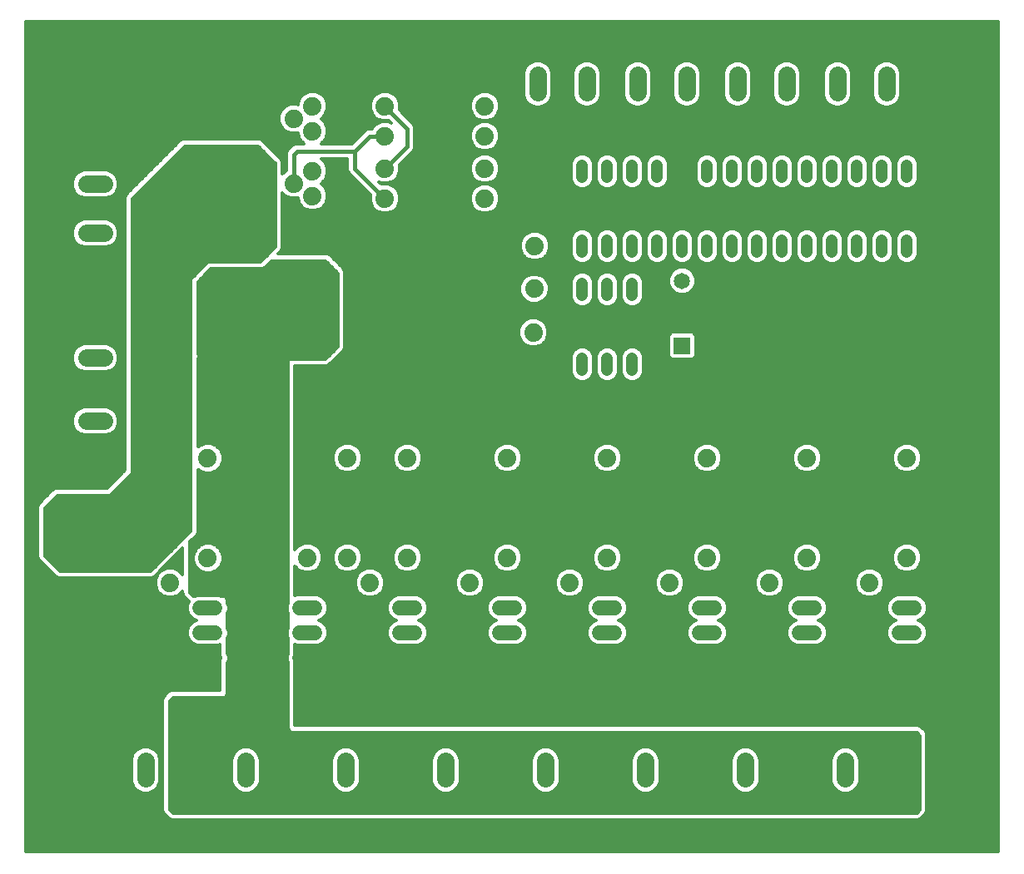
<source format=gbl>
G75*
%MOIN*%
%OFA0B0*%
%FSLAX25Y25*%
%IPPOS*%
%LPD*%
%AMOC8*
5,1,8,0,0,1.08239X$1,22.5*
%
%ADD10C,0.07050*%
%ADD11C,0.07800*%
%ADD12C,0.04800*%
%ADD13C,0.06000*%
%ADD14C,0.07400*%
%ADD15C,0.25000*%
%ADD16C,0.06500*%
%ADD17R,0.06500X0.06500*%
%ADD18C,0.06600*%
%ADD19C,0.01600*%
%ADD20C,0.01200*%
D10*
X0051157Y0032475D02*
X0051157Y0039525D01*
X0070843Y0039525D02*
X0070843Y0032475D01*
X0091157Y0032475D02*
X0091157Y0039525D01*
X0110843Y0039525D02*
X0110843Y0032475D01*
X0131157Y0032475D02*
X0131157Y0039525D01*
X0150843Y0039525D02*
X0150843Y0032475D01*
X0171157Y0032475D02*
X0171157Y0039525D01*
X0190843Y0039525D02*
X0190843Y0032475D01*
X0211157Y0032475D02*
X0211157Y0039525D01*
X0230843Y0039525D02*
X0230843Y0032475D01*
X0251157Y0032475D02*
X0251157Y0039525D01*
X0270843Y0039525D02*
X0270843Y0032475D01*
X0291157Y0032475D02*
X0291157Y0039525D01*
X0310843Y0039525D02*
X0310843Y0032475D01*
X0331157Y0032475D02*
X0331157Y0039525D01*
X0350843Y0039525D02*
X0350843Y0032475D01*
X0034525Y0106157D02*
X0027475Y0106157D01*
X0027475Y0125843D02*
X0034525Y0125843D01*
X0034525Y0156157D02*
X0027475Y0156157D01*
X0027475Y0175843D02*
X0034525Y0175843D01*
X0034525Y0201157D02*
X0027475Y0201157D01*
X0027475Y0220843D02*
X0034525Y0220843D01*
X0034525Y0251157D02*
X0027475Y0251157D01*
X0027475Y0270843D02*
X0034525Y0270843D01*
X0208157Y0307475D02*
X0208157Y0314525D01*
X0227843Y0314525D02*
X0227843Y0307475D01*
X0248157Y0307475D02*
X0248157Y0314525D01*
X0267843Y0314525D02*
X0267843Y0307475D01*
X0288157Y0307475D02*
X0288157Y0314525D01*
X0307843Y0314525D02*
X0307843Y0307475D01*
X0328157Y0307475D02*
X0328157Y0314525D01*
X0347843Y0314525D02*
X0347843Y0307475D01*
D11*
X0081000Y0274900D02*
X0081000Y0267100D01*
X0081000Y0184900D02*
X0081000Y0177100D01*
D12*
X0226000Y0196100D02*
X0226000Y0200900D01*
X0236000Y0200900D02*
X0236000Y0196100D01*
X0246000Y0196100D02*
X0246000Y0200900D01*
X0246000Y0226100D02*
X0246000Y0230900D01*
X0236000Y0230900D02*
X0236000Y0226100D01*
X0226000Y0226100D02*
X0226000Y0230900D01*
X0226000Y0243600D02*
X0226000Y0248400D01*
X0236000Y0248400D02*
X0236000Y0243600D01*
X0246000Y0243600D02*
X0246000Y0248400D01*
X0256000Y0248400D02*
X0256000Y0243600D01*
X0266000Y0243600D02*
X0266000Y0248400D01*
X0276000Y0248400D02*
X0276000Y0243600D01*
X0286000Y0243600D02*
X0286000Y0248400D01*
X0296000Y0248400D02*
X0296000Y0243600D01*
X0306000Y0243600D02*
X0306000Y0248400D01*
X0316000Y0248400D02*
X0316000Y0243600D01*
X0326000Y0243600D02*
X0326000Y0248400D01*
X0336000Y0248400D02*
X0336000Y0243600D01*
X0346000Y0243600D02*
X0346000Y0248400D01*
X0356000Y0248400D02*
X0356000Y0243600D01*
X0356000Y0273600D02*
X0356000Y0278400D01*
X0346000Y0278400D02*
X0346000Y0273600D01*
X0336000Y0273600D02*
X0336000Y0278400D01*
X0326000Y0278400D02*
X0326000Y0273600D01*
X0316000Y0273600D02*
X0316000Y0278400D01*
X0306000Y0278400D02*
X0306000Y0273600D01*
X0296000Y0273600D02*
X0296000Y0278400D01*
X0286000Y0278400D02*
X0286000Y0273600D01*
X0276000Y0273600D02*
X0276000Y0278400D01*
X0266000Y0278400D02*
X0266000Y0273600D01*
X0256000Y0273600D02*
X0256000Y0278400D01*
X0246000Y0278400D02*
X0246000Y0273600D01*
X0236000Y0273600D02*
X0236000Y0278400D01*
X0226000Y0278400D02*
X0226000Y0273600D01*
D13*
X0233000Y0101000D02*
X0239000Y0101000D01*
X0239000Y0091000D02*
X0233000Y0091000D01*
X0233000Y0081000D02*
X0239000Y0081000D01*
X0273000Y0081000D02*
X0279000Y0081000D01*
X0279000Y0091000D02*
X0273000Y0091000D01*
X0273000Y0101000D02*
X0279000Y0101000D01*
X0313000Y0101000D02*
X0319000Y0101000D01*
X0319000Y0091000D02*
X0313000Y0091000D01*
X0313000Y0081000D02*
X0319000Y0081000D01*
X0353000Y0081000D02*
X0359000Y0081000D01*
X0359000Y0091000D02*
X0353000Y0091000D01*
X0353000Y0101000D02*
X0359000Y0101000D01*
X0199000Y0101000D02*
X0193000Y0101000D01*
X0193000Y0091000D02*
X0199000Y0091000D01*
X0199000Y0081000D02*
X0193000Y0081000D01*
X0159000Y0081000D02*
X0153000Y0081000D01*
X0153000Y0091000D02*
X0159000Y0091000D01*
X0159000Y0101000D02*
X0153000Y0101000D01*
X0119000Y0101000D02*
X0113000Y0101000D01*
X0113000Y0091000D02*
X0119000Y0091000D01*
X0119000Y0081000D02*
X0113000Y0081000D01*
X0079000Y0081000D02*
X0073000Y0081000D01*
X0073000Y0091000D02*
X0079000Y0091000D01*
X0079000Y0101000D02*
X0073000Y0101000D01*
D14*
X0061000Y0111000D03*
X0076000Y0121000D03*
X0116000Y0121000D03*
X0132000Y0121000D03*
X0141000Y0111000D03*
X0156000Y0121000D03*
X0181000Y0111000D03*
X0196000Y0121000D03*
X0221000Y0111000D03*
X0236000Y0121000D03*
X0261000Y0111000D03*
X0276000Y0121000D03*
X0301000Y0111000D03*
X0316000Y0121000D03*
X0341000Y0111000D03*
X0356000Y0121000D03*
X0356000Y0161000D03*
X0316000Y0161000D03*
X0276000Y0161000D03*
X0236000Y0161000D03*
X0196000Y0161000D03*
X0156000Y0161000D03*
X0132000Y0161000D03*
X0116000Y0161000D03*
X0076000Y0161000D03*
X0166400Y0211400D03*
X0166800Y0228800D03*
X0167000Y0246000D03*
X0147000Y0265000D03*
X0147000Y0277000D03*
X0147000Y0290000D03*
X0147000Y0302000D03*
X0118000Y0302000D03*
X0110500Y0297000D03*
X0118000Y0292000D03*
X0118000Y0276000D03*
X0110500Y0271000D03*
X0118000Y0266000D03*
X0187000Y0265000D03*
X0187000Y0277000D03*
X0187000Y0290000D03*
X0187000Y0302000D03*
X0207000Y0246000D03*
X0206800Y0228800D03*
X0206400Y0211400D03*
X0221000Y0071000D03*
X0181000Y0071000D03*
X0141000Y0071000D03*
X0061000Y0071000D03*
X0261000Y0071000D03*
X0301000Y0071000D03*
X0341000Y0071000D03*
D15*
X0376000Y0021000D03*
X0374000Y0318000D03*
X0021000Y0318000D03*
X0021000Y0021000D03*
D16*
X0266000Y0232000D03*
X0276000Y0232000D03*
X0276000Y0206000D03*
D17*
X0266000Y0206000D03*
X0113000Y0226000D03*
D18*
X0143000Y0226000D03*
D19*
X0128000Y0226390D02*
X0072200Y0226390D01*
X0072200Y0224792D02*
X0128000Y0224792D01*
X0128000Y0223193D02*
X0072200Y0223193D01*
X0072200Y0221595D02*
X0128000Y0221595D01*
X0128000Y0219996D02*
X0072200Y0219996D01*
X0072200Y0218398D02*
X0128000Y0218398D01*
X0128000Y0216799D02*
X0072200Y0216799D01*
X0072200Y0215201D02*
X0128000Y0215201D01*
X0128000Y0213602D02*
X0072200Y0213602D01*
X0072200Y0212003D02*
X0128000Y0212003D01*
X0128000Y0210405D02*
X0072200Y0210405D01*
X0072200Y0208806D02*
X0128000Y0208806D01*
X0128000Y0207208D02*
X0072200Y0207208D01*
X0072200Y0205609D02*
X0127609Y0205609D01*
X0128000Y0206000D02*
X0123000Y0201000D01*
X0074000Y0201000D01*
X0072200Y0202800D01*
X0072200Y0231675D01*
X0077325Y0236800D01*
X0097637Y0236800D01*
X0098813Y0237287D01*
X0101525Y0240000D01*
X0123000Y0240000D01*
X0128000Y0235000D01*
X0128000Y0206000D01*
X0126011Y0204011D02*
X0072200Y0204011D01*
X0072588Y0202412D02*
X0124412Y0202412D01*
X0108000Y0199750D02*
X0108000Y0103040D01*
X0107600Y0102074D01*
X0107600Y0099926D01*
X0108000Y0098960D01*
X0108000Y0093040D01*
X0107600Y0092074D01*
X0107600Y0089926D01*
X0108000Y0088960D01*
X0108000Y0083040D01*
X0107600Y0082074D01*
X0107600Y0079926D01*
X0108000Y0078960D01*
X0108000Y0052250D01*
X0109250Y0051000D01*
X0359750Y0051000D01*
X0361000Y0049750D01*
X0361000Y0020250D01*
X0359750Y0019000D01*
X0062250Y0019000D01*
X0061000Y0020250D01*
X0061000Y0063750D01*
X0062150Y0064900D01*
X0062213Y0064900D01*
X0062455Y0065000D01*
X0082750Y0065000D01*
X0084000Y0066250D01*
X0084000Y0078960D01*
X0084400Y0079926D01*
X0084400Y0082074D01*
X0084000Y0083040D01*
X0084000Y0088960D01*
X0084400Y0089926D01*
X0084400Y0092074D01*
X0084000Y0093040D01*
X0084000Y0098960D01*
X0084400Y0099926D01*
X0084400Y0102074D01*
X0084000Y0103040D01*
X0084000Y0104750D01*
X0082750Y0106000D01*
X0081040Y0106000D01*
X0080074Y0106400D01*
X0071926Y0106400D01*
X0070960Y0106000D01*
X0070250Y0106000D01*
X0069000Y0107250D01*
X0069000Y0127475D01*
X0070813Y0129287D01*
X0071713Y0130187D01*
X0072200Y0131363D01*
X0072200Y0156173D01*
X0072545Y0155829D01*
X0074787Y0154900D01*
X0077213Y0154900D01*
X0079455Y0155829D01*
X0081171Y0157545D01*
X0082100Y0159787D01*
X0082100Y0162213D01*
X0081171Y0164455D01*
X0079455Y0166171D01*
X0077213Y0167100D01*
X0074787Y0167100D01*
X0072545Y0166171D01*
X0072200Y0165827D01*
X0072200Y0201000D01*
X0106750Y0201000D01*
X0108000Y0199750D01*
X0108000Y0199215D02*
X0072200Y0199215D01*
X0072200Y0197617D02*
X0108000Y0197617D01*
X0108000Y0196018D02*
X0072200Y0196018D01*
X0072200Y0194420D02*
X0108000Y0194420D01*
X0108000Y0192821D02*
X0072200Y0192821D01*
X0072200Y0191223D02*
X0108000Y0191223D01*
X0108000Y0189624D02*
X0072200Y0189624D01*
X0072200Y0188026D02*
X0108000Y0188026D01*
X0108000Y0186427D02*
X0072200Y0186427D01*
X0072200Y0184829D02*
X0108000Y0184829D01*
X0108000Y0183230D02*
X0072200Y0183230D01*
X0072200Y0181632D02*
X0108000Y0181632D01*
X0108000Y0180033D02*
X0072200Y0180033D01*
X0072200Y0178435D02*
X0108000Y0178435D01*
X0108000Y0176836D02*
X0072200Y0176836D01*
X0072200Y0175238D02*
X0108000Y0175238D01*
X0108000Y0173639D02*
X0072200Y0173639D01*
X0072200Y0172041D02*
X0108000Y0172041D01*
X0108000Y0170442D02*
X0072200Y0170442D01*
X0072200Y0168844D02*
X0108000Y0168844D01*
X0108000Y0167245D02*
X0072200Y0167245D01*
X0069000Y0167245D02*
X0046000Y0167245D01*
X0046000Y0165647D02*
X0069000Y0165647D01*
X0069000Y0164048D02*
X0046000Y0164048D01*
X0046000Y0162450D02*
X0069000Y0162450D01*
X0069000Y0160851D02*
X0046000Y0160851D01*
X0046000Y0159253D02*
X0069000Y0159253D01*
X0069000Y0157654D02*
X0046000Y0157654D01*
X0046000Y0156056D02*
X0069000Y0156056D01*
X0069000Y0154457D02*
X0045457Y0154457D01*
X0046000Y0155000D02*
X0046000Y0265000D01*
X0067000Y0286000D01*
X0096000Y0286000D01*
X0103000Y0279000D01*
X0103000Y0246000D01*
X0097000Y0240000D01*
X0076000Y0240000D01*
X0069000Y0233000D01*
X0069000Y0132000D01*
X0053000Y0116000D01*
X0017000Y0116000D01*
X0011000Y0122000D01*
X0011000Y0141000D01*
X0016000Y0146000D01*
X0037000Y0146000D01*
X0046000Y0155000D01*
X0043859Y0152859D02*
X0069000Y0152859D01*
X0069000Y0151260D02*
X0042260Y0151260D01*
X0040662Y0149662D02*
X0069000Y0149662D01*
X0069000Y0148063D02*
X0039063Y0148063D01*
X0037465Y0146465D02*
X0069000Y0146465D01*
X0069000Y0144866D02*
X0014866Y0144866D01*
X0013268Y0143268D02*
X0069000Y0143268D01*
X0069000Y0141669D02*
X0011669Y0141669D01*
X0011000Y0140070D02*
X0069000Y0140070D01*
X0069000Y0138472D02*
X0011000Y0138472D01*
X0011000Y0136873D02*
X0069000Y0136873D01*
X0069000Y0135275D02*
X0011000Y0135275D01*
X0011000Y0133676D02*
X0069000Y0133676D01*
X0069000Y0132078D02*
X0011000Y0132078D01*
X0011000Y0130479D02*
X0067479Y0130479D01*
X0065881Y0128881D02*
X0011000Y0128881D01*
X0011000Y0127282D02*
X0064282Y0127282D01*
X0062684Y0125684D02*
X0011000Y0125684D01*
X0011000Y0124085D02*
X0061085Y0124085D01*
X0059487Y0122487D02*
X0011000Y0122487D01*
X0012112Y0120888D02*
X0057888Y0120888D01*
X0056290Y0119290D02*
X0013710Y0119290D01*
X0015309Y0117691D02*
X0054691Y0117691D01*
X0053093Y0116093D02*
X0016907Y0116093D01*
X0069000Y0116093D02*
X0072280Y0116093D01*
X0072545Y0115829D02*
X0074787Y0114900D01*
X0077213Y0114900D01*
X0079455Y0115829D01*
X0081171Y0117545D01*
X0082100Y0119787D01*
X0082100Y0122213D01*
X0081171Y0124455D01*
X0079455Y0126171D01*
X0077213Y0127100D01*
X0074787Y0127100D01*
X0072545Y0126171D01*
X0070829Y0124455D01*
X0069900Y0122213D01*
X0069900Y0119787D01*
X0070829Y0117545D01*
X0072545Y0115829D01*
X0070768Y0117691D02*
X0069000Y0117691D01*
X0069000Y0119290D02*
X0070106Y0119290D01*
X0069900Y0120888D02*
X0069000Y0120888D01*
X0069000Y0122487D02*
X0070013Y0122487D01*
X0070675Y0124085D02*
X0069000Y0124085D01*
X0069000Y0125684D02*
X0072057Y0125684D01*
X0069000Y0127282D02*
X0108000Y0127282D01*
X0108000Y0125684D02*
X0079943Y0125684D01*
X0081325Y0124085D02*
X0108000Y0124085D01*
X0108000Y0122487D02*
X0081987Y0122487D01*
X0082100Y0120888D02*
X0108000Y0120888D01*
X0108000Y0119290D02*
X0081894Y0119290D01*
X0081232Y0117691D02*
X0108000Y0117691D01*
X0108000Y0116093D02*
X0079720Y0116093D01*
X0069000Y0114494D02*
X0108000Y0114494D01*
X0108000Y0112896D02*
X0069000Y0112896D01*
X0069000Y0111297D02*
X0108000Y0111297D01*
X0108000Y0109699D02*
X0069000Y0109699D01*
X0069000Y0108100D02*
X0108000Y0108100D01*
X0108000Y0106502D02*
X0069748Y0106502D01*
X0083847Y0104903D02*
X0108000Y0104903D01*
X0108000Y0103305D02*
X0084000Y0103305D01*
X0084400Y0101706D02*
X0107600Y0101706D01*
X0107600Y0100108D02*
X0084400Y0100108D01*
X0084000Y0098509D02*
X0108000Y0098509D01*
X0108000Y0096911D02*
X0084000Y0096911D01*
X0084000Y0095312D02*
X0108000Y0095312D01*
X0108000Y0093714D02*
X0084000Y0093714D01*
X0084383Y0092115D02*
X0107617Y0092115D01*
X0107600Y0090517D02*
X0084400Y0090517D01*
X0084000Y0088918D02*
X0108000Y0088918D01*
X0108000Y0087320D02*
X0084000Y0087320D01*
X0084000Y0085721D02*
X0108000Y0085721D01*
X0108000Y0084123D02*
X0084000Y0084123D01*
X0084214Y0082524D02*
X0107786Y0082524D01*
X0107600Y0080926D02*
X0084400Y0080926D01*
X0084152Y0079327D02*
X0107848Y0079327D01*
X0108000Y0077729D02*
X0084000Y0077729D01*
X0084000Y0076130D02*
X0108000Y0076130D01*
X0108000Y0074532D02*
X0084000Y0074532D01*
X0084000Y0072933D02*
X0108000Y0072933D01*
X0108000Y0071334D02*
X0084000Y0071334D01*
X0084000Y0069736D02*
X0108000Y0069736D01*
X0108000Y0068137D02*
X0084000Y0068137D01*
X0084000Y0066539D02*
X0108000Y0066539D01*
X0108000Y0064940D02*
X0062311Y0064940D01*
X0061000Y0063342D02*
X0108000Y0063342D01*
X0108000Y0061743D02*
X0061000Y0061743D01*
X0061000Y0060145D02*
X0108000Y0060145D01*
X0108000Y0058546D02*
X0061000Y0058546D01*
X0061000Y0056948D02*
X0108000Y0056948D01*
X0108000Y0055349D02*
X0061000Y0055349D01*
X0061000Y0053751D02*
X0108000Y0053751D01*
X0108098Y0052152D02*
X0061000Y0052152D01*
X0061000Y0050554D02*
X0360196Y0050554D01*
X0361000Y0048955D02*
X0061000Y0048955D01*
X0061000Y0047357D02*
X0361000Y0047357D01*
X0361000Y0045758D02*
X0061000Y0045758D01*
X0061000Y0044160D02*
X0087413Y0044160D01*
X0087801Y0044548D02*
X0086135Y0042881D01*
X0085232Y0040704D01*
X0085232Y0031296D01*
X0086135Y0029119D01*
X0087801Y0027452D01*
X0089979Y0026550D01*
X0092336Y0026550D01*
X0094514Y0027452D01*
X0096180Y0029119D01*
X0097082Y0031296D01*
X0097082Y0040704D01*
X0096180Y0042881D01*
X0094514Y0044548D01*
X0092336Y0045450D01*
X0089979Y0045450D01*
X0087801Y0044548D01*
X0086002Y0042561D02*
X0061000Y0042561D01*
X0061000Y0040963D02*
X0085340Y0040963D01*
X0085232Y0039364D02*
X0061000Y0039364D01*
X0061000Y0037766D02*
X0085232Y0037766D01*
X0085232Y0036167D02*
X0061000Y0036167D01*
X0061000Y0034569D02*
X0085232Y0034569D01*
X0085232Y0032970D02*
X0061000Y0032970D01*
X0061000Y0031372D02*
X0085232Y0031372D01*
X0085863Y0029773D02*
X0061000Y0029773D01*
X0061000Y0028175D02*
X0087079Y0028175D01*
X0089916Y0026576D02*
X0061000Y0026576D01*
X0061000Y0024978D02*
X0361000Y0024978D01*
X0361000Y0026576D02*
X0332399Y0026576D01*
X0332336Y0026550D02*
X0334514Y0027452D01*
X0336180Y0029119D01*
X0337082Y0031296D01*
X0337082Y0040704D01*
X0336180Y0042881D01*
X0334514Y0044548D01*
X0332336Y0045450D01*
X0329979Y0045450D01*
X0327801Y0044548D01*
X0326135Y0042881D01*
X0325232Y0040704D01*
X0325232Y0031296D01*
X0326135Y0029119D01*
X0327801Y0027452D01*
X0329979Y0026550D01*
X0332336Y0026550D01*
X0329916Y0026576D02*
X0292399Y0026576D01*
X0292336Y0026550D02*
X0294514Y0027452D01*
X0296180Y0029119D01*
X0297082Y0031296D01*
X0297082Y0040704D01*
X0296180Y0042881D01*
X0294514Y0044548D01*
X0292336Y0045450D01*
X0289979Y0045450D01*
X0287801Y0044548D01*
X0286135Y0042881D01*
X0285232Y0040704D01*
X0285232Y0031296D01*
X0286135Y0029119D01*
X0287801Y0027452D01*
X0289979Y0026550D01*
X0292336Y0026550D01*
X0289916Y0026576D02*
X0252399Y0026576D01*
X0252336Y0026550D02*
X0254514Y0027452D01*
X0256180Y0029119D01*
X0257082Y0031296D01*
X0257082Y0040704D01*
X0256180Y0042881D01*
X0254514Y0044548D01*
X0252336Y0045450D01*
X0249979Y0045450D01*
X0247801Y0044548D01*
X0246135Y0042881D01*
X0245232Y0040704D01*
X0245232Y0031296D01*
X0246135Y0029119D01*
X0247801Y0027452D01*
X0249979Y0026550D01*
X0252336Y0026550D01*
X0249916Y0026576D02*
X0212399Y0026576D01*
X0212336Y0026550D02*
X0214514Y0027452D01*
X0216180Y0029119D01*
X0217082Y0031296D01*
X0217082Y0040704D01*
X0216180Y0042881D01*
X0214514Y0044548D01*
X0212336Y0045450D01*
X0209979Y0045450D01*
X0207801Y0044548D01*
X0206135Y0042881D01*
X0205232Y0040704D01*
X0205232Y0031296D01*
X0206135Y0029119D01*
X0207801Y0027452D01*
X0209979Y0026550D01*
X0212336Y0026550D01*
X0209916Y0026576D02*
X0172399Y0026576D01*
X0172336Y0026550D02*
X0174514Y0027452D01*
X0176180Y0029119D01*
X0177082Y0031296D01*
X0177082Y0040704D01*
X0176180Y0042881D01*
X0174514Y0044548D01*
X0172336Y0045450D01*
X0169979Y0045450D01*
X0167801Y0044548D01*
X0166135Y0042881D01*
X0165232Y0040704D01*
X0165232Y0031296D01*
X0166135Y0029119D01*
X0167801Y0027452D01*
X0169979Y0026550D01*
X0172336Y0026550D01*
X0169916Y0026576D02*
X0132399Y0026576D01*
X0132336Y0026550D02*
X0134514Y0027452D01*
X0136180Y0029119D01*
X0137082Y0031296D01*
X0137082Y0040704D01*
X0136180Y0042881D01*
X0134514Y0044548D01*
X0132336Y0045450D01*
X0129979Y0045450D01*
X0127801Y0044548D01*
X0126135Y0042881D01*
X0125232Y0040704D01*
X0125232Y0031296D01*
X0126135Y0029119D01*
X0127801Y0027452D01*
X0129979Y0026550D01*
X0132336Y0026550D01*
X0129916Y0026576D02*
X0092399Y0026576D01*
X0095236Y0028175D02*
X0127079Y0028175D01*
X0125863Y0029773D02*
X0096452Y0029773D01*
X0097082Y0031372D02*
X0125232Y0031372D01*
X0125232Y0032970D02*
X0097082Y0032970D01*
X0097082Y0034569D02*
X0125232Y0034569D01*
X0125232Y0036167D02*
X0097082Y0036167D01*
X0097082Y0037766D02*
X0125232Y0037766D01*
X0125232Y0039364D02*
X0097082Y0039364D01*
X0096975Y0040963D02*
X0125340Y0040963D01*
X0126002Y0042561D02*
X0096313Y0042561D01*
X0094902Y0044160D02*
X0127413Y0044160D01*
X0134902Y0044160D02*
X0167413Y0044160D01*
X0166002Y0042561D02*
X0136313Y0042561D01*
X0136975Y0040963D02*
X0165340Y0040963D01*
X0165232Y0039364D02*
X0137082Y0039364D01*
X0137082Y0037766D02*
X0165232Y0037766D01*
X0165232Y0036167D02*
X0137082Y0036167D01*
X0137082Y0034569D02*
X0165232Y0034569D01*
X0165232Y0032970D02*
X0137082Y0032970D01*
X0137082Y0031372D02*
X0165232Y0031372D01*
X0165863Y0029773D02*
X0136452Y0029773D01*
X0135236Y0028175D02*
X0167079Y0028175D01*
X0175236Y0028175D02*
X0207079Y0028175D01*
X0205863Y0029773D02*
X0176452Y0029773D01*
X0177082Y0031372D02*
X0205232Y0031372D01*
X0205232Y0032970D02*
X0177082Y0032970D01*
X0177082Y0034569D02*
X0205232Y0034569D01*
X0205232Y0036167D02*
X0177082Y0036167D01*
X0177082Y0037766D02*
X0205232Y0037766D01*
X0205232Y0039364D02*
X0177082Y0039364D01*
X0176975Y0040963D02*
X0205340Y0040963D01*
X0206002Y0042561D02*
X0176313Y0042561D01*
X0174902Y0044160D02*
X0207413Y0044160D01*
X0214902Y0044160D02*
X0247413Y0044160D01*
X0246002Y0042561D02*
X0216313Y0042561D01*
X0216975Y0040963D02*
X0245340Y0040963D01*
X0245232Y0039364D02*
X0217082Y0039364D01*
X0217082Y0037766D02*
X0245232Y0037766D01*
X0245232Y0036167D02*
X0217082Y0036167D01*
X0217082Y0034569D02*
X0245232Y0034569D01*
X0245232Y0032970D02*
X0217082Y0032970D01*
X0217082Y0031372D02*
X0245232Y0031372D01*
X0245863Y0029773D02*
X0216452Y0029773D01*
X0215236Y0028175D02*
X0247079Y0028175D01*
X0255236Y0028175D02*
X0287079Y0028175D01*
X0285863Y0029773D02*
X0256452Y0029773D01*
X0257082Y0031372D02*
X0285232Y0031372D01*
X0285232Y0032970D02*
X0257082Y0032970D01*
X0257082Y0034569D02*
X0285232Y0034569D01*
X0285232Y0036167D02*
X0257082Y0036167D01*
X0257082Y0037766D02*
X0285232Y0037766D01*
X0285232Y0039364D02*
X0257082Y0039364D01*
X0256975Y0040963D02*
X0285340Y0040963D01*
X0286002Y0042561D02*
X0256313Y0042561D01*
X0254902Y0044160D02*
X0287413Y0044160D01*
X0294902Y0044160D02*
X0327413Y0044160D01*
X0326002Y0042561D02*
X0296313Y0042561D01*
X0296975Y0040963D02*
X0325340Y0040963D01*
X0325232Y0039364D02*
X0297082Y0039364D01*
X0297082Y0037766D02*
X0325232Y0037766D01*
X0325232Y0036167D02*
X0297082Y0036167D01*
X0297082Y0034569D02*
X0325232Y0034569D01*
X0325232Y0032970D02*
X0297082Y0032970D01*
X0297082Y0031372D02*
X0325232Y0031372D01*
X0325863Y0029773D02*
X0296452Y0029773D01*
X0295236Y0028175D02*
X0327079Y0028175D01*
X0335236Y0028175D02*
X0361000Y0028175D01*
X0361000Y0029773D02*
X0336452Y0029773D01*
X0337082Y0031372D02*
X0361000Y0031372D01*
X0361000Y0032970D02*
X0337082Y0032970D01*
X0337082Y0034569D02*
X0361000Y0034569D01*
X0361000Y0036167D02*
X0337082Y0036167D01*
X0337082Y0037766D02*
X0361000Y0037766D01*
X0361000Y0039364D02*
X0337082Y0039364D01*
X0336975Y0040963D02*
X0361000Y0040963D01*
X0361000Y0042561D02*
X0336313Y0042561D01*
X0334902Y0044160D02*
X0361000Y0044160D01*
X0361000Y0023379D02*
X0061000Y0023379D01*
X0061000Y0021781D02*
X0361000Y0021781D01*
X0360932Y0020182D02*
X0061068Y0020182D01*
X0070406Y0128881D02*
X0108000Y0128881D01*
X0108000Y0130479D02*
X0071834Y0130479D01*
X0072200Y0132078D02*
X0108000Y0132078D01*
X0108000Y0133676D02*
X0072200Y0133676D01*
X0072200Y0135275D02*
X0108000Y0135275D01*
X0108000Y0136873D02*
X0072200Y0136873D01*
X0072200Y0138472D02*
X0108000Y0138472D01*
X0108000Y0140070D02*
X0072200Y0140070D01*
X0072200Y0141669D02*
X0108000Y0141669D01*
X0108000Y0143268D02*
X0072200Y0143268D01*
X0072200Y0144866D02*
X0108000Y0144866D01*
X0108000Y0146465D02*
X0072200Y0146465D01*
X0072200Y0148063D02*
X0108000Y0148063D01*
X0108000Y0149662D02*
X0072200Y0149662D01*
X0072200Y0151260D02*
X0108000Y0151260D01*
X0108000Y0152859D02*
X0072200Y0152859D01*
X0072200Y0154457D02*
X0108000Y0154457D01*
X0108000Y0156056D02*
X0079682Y0156056D01*
X0081217Y0157654D02*
X0108000Y0157654D01*
X0108000Y0159253D02*
X0081879Y0159253D01*
X0082100Y0160851D02*
X0108000Y0160851D01*
X0108000Y0162450D02*
X0082002Y0162450D01*
X0081340Y0164048D02*
X0108000Y0164048D01*
X0108000Y0165647D02*
X0079980Y0165647D01*
X0072318Y0156056D02*
X0072200Y0156056D01*
X0069000Y0168844D02*
X0046000Y0168844D01*
X0046000Y0170442D02*
X0069000Y0170442D01*
X0069000Y0172041D02*
X0046000Y0172041D01*
X0046000Y0173639D02*
X0069000Y0173639D01*
X0069000Y0175238D02*
X0046000Y0175238D01*
X0046000Y0176836D02*
X0069000Y0176836D01*
X0069000Y0178435D02*
X0046000Y0178435D01*
X0046000Y0180033D02*
X0069000Y0180033D01*
X0069000Y0181632D02*
X0046000Y0181632D01*
X0046000Y0183230D02*
X0069000Y0183230D01*
X0069000Y0184829D02*
X0046000Y0184829D01*
X0046000Y0186427D02*
X0069000Y0186427D01*
X0069000Y0188026D02*
X0046000Y0188026D01*
X0046000Y0189624D02*
X0069000Y0189624D01*
X0069000Y0191223D02*
X0046000Y0191223D01*
X0046000Y0192821D02*
X0069000Y0192821D01*
X0069000Y0194420D02*
X0046000Y0194420D01*
X0046000Y0196018D02*
X0069000Y0196018D01*
X0069000Y0197617D02*
X0046000Y0197617D01*
X0046000Y0199215D02*
X0069000Y0199215D01*
X0069000Y0200814D02*
X0046000Y0200814D01*
X0046000Y0202412D02*
X0069000Y0202412D01*
X0069000Y0204011D02*
X0046000Y0204011D01*
X0046000Y0205609D02*
X0069000Y0205609D01*
X0069000Y0207208D02*
X0046000Y0207208D01*
X0046000Y0208806D02*
X0069000Y0208806D01*
X0069000Y0210405D02*
X0046000Y0210405D01*
X0046000Y0212003D02*
X0069000Y0212003D01*
X0069000Y0213602D02*
X0046000Y0213602D01*
X0046000Y0215201D02*
X0069000Y0215201D01*
X0069000Y0216799D02*
X0046000Y0216799D01*
X0046000Y0218398D02*
X0069000Y0218398D01*
X0069000Y0219996D02*
X0046000Y0219996D01*
X0046000Y0221595D02*
X0069000Y0221595D01*
X0069000Y0223193D02*
X0046000Y0223193D01*
X0046000Y0224792D02*
X0069000Y0224792D01*
X0069000Y0226390D02*
X0046000Y0226390D01*
X0046000Y0227989D02*
X0069000Y0227989D01*
X0069000Y0229587D02*
X0046000Y0229587D01*
X0046000Y0231186D02*
X0069000Y0231186D01*
X0069000Y0232784D02*
X0046000Y0232784D01*
X0046000Y0234383D02*
X0070383Y0234383D01*
X0071981Y0235981D02*
X0046000Y0235981D01*
X0046000Y0237580D02*
X0073580Y0237580D01*
X0075178Y0239178D02*
X0046000Y0239178D01*
X0046000Y0240777D02*
X0097777Y0240777D01*
X0099375Y0242375D02*
X0046000Y0242375D01*
X0046000Y0243974D02*
X0100974Y0243974D01*
X0102572Y0245572D02*
X0046000Y0245572D01*
X0046000Y0247171D02*
X0103000Y0247171D01*
X0103000Y0248769D02*
X0046000Y0248769D01*
X0046000Y0250368D02*
X0103000Y0250368D01*
X0103000Y0251966D02*
X0046000Y0251966D01*
X0046000Y0253565D02*
X0103000Y0253565D01*
X0103000Y0255163D02*
X0046000Y0255163D01*
X0046000Y0256762D02*
X0103000Y0256762D01*
X0103000Y0258360D02*
X0046000Y0258360D01*
X0046000Y0259959D02*
X0103000Y0259959D01*
X0103000Y0261557D02*
X0046000Y0261557D01*
X0046000Y0263156D02*
X0103000Y0263156D01*
X0103000Y0264754D02*
X0046000Y0264754D01*
X0047353Y0266353D02*
X0103000Y0266353D01*
X0103000Y0267951D02*
X0048951Y0267951D01*
X0050550Y0269550D02*
X0103000Y0269550D01*
X0103000Y0271148D02*
X0052148Y0271148D01*
X0053747Y0272747D02*
X0103000Y0272747D01*
X0103000Y0274345D02*
X0055345Y0274345D01*
X0056944Y0275944D02*
X0103000Y0275944D01*
X0103000Y0277542D02*
X0058542Y0277542D01*
X0060141Y0279141D02*
X0102859Y0279141D01*
X0101261Y0280739D02*
X0061739Y0280739D01*
X0063338Y0282338D02*
X0099662Y0282338D01*
X0098063Y0283937D02*
X0064937Y0283937D01*
X0066535Y0285535D02*
X0096465Y0285535D01*
X0110500Y0282750D02*
X0111750Y0284000D01*
X0135000Y0284000D01*
X0135000Y0277000D01*
X0147000Y0265000D01*
X0147000Y0277000D02*
X0156000Y0286000D01*
X0156000Y0293000D01*
X0147000Y0302000D01*
X0147000Y0290000D02*
X0141000Y0290000D01*
X0135000Y0284000D01*
X0110500Y0282750D02*
X0110500Y0271000D01*
X0100704Y0239178D02*
X0123822Y0239178D01*
X0125420Y0237580D02*
X0099105Y0237580D01*
X0076507Y0235981D02*
X0127019Y0235981D01*
X0128000Y0234383D02*
X0074908Y0234383D01*
X0073310Y0232784D02*
X0128000Y0232784D01*
X0128000Y0231186D02*
X0072200Y0231186D01*
X0072200Y0229587D02*
X0128000Y0229587D01*
X0128000Y0227989D02*
X0072200Y0227989D01*
X0072200Y0200814D02*
X0106936Y0200814D01*
D20*
X0003200Y0335761D02*
X0003200Y0003200D01*
X0392501Y0003200D01*
X0392501Y0335761D01*
X0003200Y0335761D01*
X0003200Y0335385D02*
X0392501Y0335385D01*
X0392501Y0334186D02*
X0003200Y0334186D01*
X0003200Y0332988D02*
X0392501Y0332988D01*
X0392501Y0331789D02*
X0003200Y0331789D01*
X0003200Y0330591D02*
X0392501Y0330591D01*
X0392501Y0329392D02*
X0003200Y0329392D01*
X0003200Y0328194D02*
X0392501Y0328194D01*
X0392501Y0326995D02*
X0003200Y0326995D01*
X0003200Y0325797D02*
X0392501Y0325797D01*
X0392501Y0324598D02*
X0003200Y0324598D01*
X0003200Y0323400D02*
X0392501Y0323400D01*
X0392501Y0322201D02*
X0003200Y0322201D01*
X0003200Y0321003D02*
X0392501Y0321003D01*
X0392501Y0319804D02*
X0350058Y0319804D01*
X0351085Y0319378D02*
X0348981Y0320250D01*
X0346704Y0320250D01*
X0344600Y0319378D01*
X0342989Y0317768D01*
X0342118Y0315664D01*
X0342118Y0306336D01*
X0342989Y0304232D01*
X0344600Y0302622D01*
X0346704Y0301750D01*
X0348981Y0301750D01*
X0351085Y0302622D01*
X0352696Y0304232D01*
X0353568Y0306336D01*
X0353568Y0315664D01*
X0352696Y0317768D01*
X0351085Y0319378D01*
X0351858Y0318605D02*
X0392501Y0318605D01*
X0392501Y0317407D02*
X0352845Y0317407D01*
X0353342Y0316208D02*
X0392501Y0316208D01*
X0392501Y0315010D02*
X0353568Y0315010D01*
X0353568Y0313811D02*
X0392501Y0313811D01*
X0392501Y0312613D02*
X0353568Y0312613D01*
X0353568Y0311414D02*
X0392501Y0311414D01*
X0392501Y0310216D02*
X0353568Y0310216D01*
X0353568Y0309017D02*
X0392501Y0309017D01*
X0392501Y0307819D02*
X0353568Y0307819D01*
X0353568Y0306620D02*
X0392501Y0306620D01*
X0392501Y0305422D02*
X0353189Y0305422D01*
X0352687Y0304223D02*
X0392501Y0304223D01*
X0392501Y0303025D02*
X0351489Y0303025D01*
X0349166Y0301826D02*
X0392501Y0301826D01*
X0392501Y0300628D02*
X0192818Y0300628D01*
X0192900Y0300826D02*
X0192002Y0298658D01*
X0190342Y0296998D01*
X0188174Y0296100D01*
X0185826Y0296100D01*
X0183658Y0296998D01*
X0181998Y0298658D01*
X0181100Y0300826D01*
X0181100Y0303174D01*
X0181998Y0305342D01*
X0183658Y0307002D01*
X0185826Y0307900D01*
X0188174Y0307900D01*
X0190342Y0307002D01*
X0192002Y0305342D01*
X0192900Y0303174D01*
X0192900Y0300826D01*
X0192900Y0301826D02*
X0206834Y0301826D01*
X0207019Y0301750D02*
X0209296Y0301750D01*
X0211400Y0302622D01*
X0213011Y0304232D01*
X0213882Y0306336D01*
X0213882Y0315664D01*
X0213011Y0317768D01*
X0211400Y0319378D01*
X0209296Y0320250D01*
X0207019Y0320250D01*
X0204915Y0319378D01*
X0203304Y0317768D01*
X0202432Y0315664D01*
X0202432Y0306336D01*
X0203304Y0304232D01*
X0204915Y0302622D01*
X0207019Y0301750D01*
X0209481Y0301826D02*
X0226519Y0301826D01*
X0226704Y0301750D02*
X0228981Y0301750D01*
X0231085Y0302622D01*
X0232696Y0304232D01*
X0233568Y0306336D01*
X0233568Y0315664D01*
X0232696Y0317768D01*
X0231085Y0319378D01*
X0228981Y0320250D01*
X0226704Y0320250D01*
X0224600Y0319378D01*
X0222989Y0317768D01*
X0222118Y0315664D01*
X0222118Y0306336D01*
X0222989Y0304232D01*
X0224600Y0302622D01*
X0226704Y0301750D01*
X0229166Y0301826D02*
X0246834Y0301826D01*
X0247019Y0301750D02*
X0249296Y0301750D01*
X0251400Y0302622D01*
X0253011Y0304232D01*
X0253882Y0306336D01*
X0253882Y0315664D01*
X0253011Y0317768D01*
X0251400Y0319378D01*
X0249296Y0320250D01*
X0247019Y0320250D01*
X0244915Y0319378D01*
X0243304Y0317768D01*
X0242432Y0315664D01*
X0242432Y0306336D01*
X0243304Y0304232D01*
X0244915Y0302622D01*
X0247019Y0301750D01*
X0249481Y0301826D02*
X0266519Y0301826D01*
X0266704Y0301750D02*
X0268981Y0301750D01*
X0271085Y0302622D01*
X0272696Y0304232D01*
X0273568Y0306336D01*
X0273568Y0315664D01*
X0272696Y0317768D01*
X0271085Y0319378D01*
X0268981Y0320250D01*
X0266704Y0320250D01*
X0264600Y0319378D01*
X0262989Y0317768D01*
X0262118Y0315664D01*
X0262118Y0306336D01*
X0262989Y0304232D01*
X0264600Y0302622D01*
X0266704Y0301750D01*
X0269166Y0301826D02*
X0286834Y0301826D01*
X0287019Y0301750D02*
X0289296Y0301750D01*
X0291400Y0302622D01*
X0293011Y0304232D01*
X0293882Y0306336D01*
X0293882Y0315664D01*
X0293011Y0317768D01*
X0291400Y0319378D01*
X0289296Y0320250D01*
X0287019Y0320250D01*
X0284915Y0319378D01*
X0283304Y0317768D01*
X0282432Y0315664D01*
X0282432Y0306336D01*
X0283304Y0304232D01*
X0284915Y0302622D01*
X0287019Y0301750D01*
X0289481Y0301826D02*
X0306519Y0301826D01*
X0306704Y0301750D02*
X0308981Y0301750D01*
X0311085Y0302622D01*
X0312696Y0304232D01*
X0313568Y0306336D01*
X0313568Y0315664D01*
X0312696Y0317768D01*
X0311085Y0319378D01*
X0308981Y0320250D01*
X0306704Y0320250D01*
X0304600Y0319378D01*
X0302989Y0317768D01*
X0302118Y0315664D01*
X0302118Y0306336D01*
X0302989Y0304232D01*
X0304600Y0302622D01*
X0306704Y0301750D01*
X0309166Y0301826D02*
X0326834Y0301826D01*
X0327019Y0301750D02*
X0329296Y0301750D01*
X0331400Y0302622D01*
X0333011Y0304232D01*
X0333882Y0306336D01*
X0333882Y0315664D01*
X0333011Y0317768D01*
X0331400Y0319378D01*
X0329296Y0320250D01*
X0327019Y0320250D01*
X0324915Y0319378D01*
X0323304Y0317768D01*
X0322432Y0315664D01*
X0322432Y0306336D01*
X0323304Y0304232D01*
X0324915Y0302622D01*
X0327019Y0301750D01*
X0329481Y0301826D02*
X0346519Y0301826D01*
X0344196Y0303025D02*
X0331804Y0303025D01*
X0333002Y0304223D02*
X0342998Y0304223D01*
X0342496Y0305422D02*
X0333504Y0305422D01*
X0333882Y0306620D02*
X0342118Y0306620D01*
X0342118Y0307819D02*
X0333882Y0307819D01*
X0333882Y0309017D02*
X0342118Y0309017D01*
X0342118Y0310216D02*
X0333882Y0310216D01*
X0333882Y0311414D02*
X0342118Y0311414D01*
X0342118Y0312613D02*
X0333882Y0312613D01*
X0333882Y0313811D02*
X0342118Y0313811D01*
X0342118Y0315010D02*
X0333882Y0315010D01*
X0333657Y0316208D02*
X0342343Y0316208D01*
X0342840Y0317407D02*
X0333160Y0317407D01*
X0332173Y0318605D02*
X0343827Y0318605D01*
X0345627Y0319804D02*
X0330373Y0319804D01*
X0325942Y0319804D02*
X0310058Y0319804D01*
X0311858Y0318605D02*
X0324142Y0318605D01*
X0323155Y0317407D02*
X0312845Y0317407D01*
X0313342Y0316208D02*
X0322658Y0316208D01*
X0322432Y0315010D02*
X0313568Y0315010D01*
X0313568Y0313811D02*
X0322432Y0313811D01*
X0322432Y0312613D02*
X0313568Y0312613D01*
X0313568Y0311414D02*
X0322432Y0311414D01*
X0322432Y0310216D02*
X0313568Y0310216D01*
X0313568Y0309017D02*
X0322432Y0309017D01*
X0322432Y0307819D02*
X0313568Y0307819D01*
X0313568Y0306620D02*
X0322432Y0306620D01*
X0322811Y0305422D02*
X0313189Y0305422D01*
X0312687Y0304223D02*
X0323313Y0304223D01*
X0324511Y0303025D02*
X0311489Y0303025D01*
X0304196Y0303025D02*
X0291804Y0303025D01*
X0293002Y0304223D02*
X0302998Y0304223D01*
X0302496Y0305422D02*
X0293504Y0305422D01*
X0293882Y0306620D02*
X0302118Y0306620D01*
X0302118Y0307819D02*
X0293882Y0307819D01*
X0293882Y0309017D02*
X0302118Y0309017D01*
X0302118Y0310216D02*
X0293882Y0310216D01*
X0293882Y0311414D02*
X0302118Y0311414D01*
X0302118Y0312613D02*
X0293882Y0312613D01*
X0293882Y0313811D02*
X0302118Y0313811D01*
X0302118Y0315010D02*
X0293882Y0315010D01*
X0293657Y0316208D02*
X0302343Y0316208D01*
X0302840Y0317407D02*
X0293160Y0317407D01*
X0292173Y0318605D02*
X0303827Y0318605D01*
X0305627Y0319804D02*
X0290373Y0319804D01*
X0285942Y0319804D02*
X0270058Y0319804D01*
X0271858Y0318605D02*
X0284142Y0318605D01*
X0283155Y0317407D02*
X0272845Y0317407D01*
X0273342Y0316208D02*
X0282658Y0316208D01*
X0282432Y0315010D02*
X0273568Y0315010D01*
X0273568Y0313811D02*
X0282432Y0313811D01*
X0282432Y0312613D02*
X0273568Y0312613D01*
X0273568Y0311414D02*
X0282432Y0311414D01*
X0282432Y0310216D02*
X0273568Y0310216D01*
X0273568Y0309017D02*
X0282432Y0309017D01*
X0282432Y0307819D02*
X0273568Y0307819D01*
X0273568Y0306620D02*
X0282432Y0306620D01*
X0282811Y0305422D02*
X0273189Y0305422D01*
X0272687Y0304223D02*
X0283313Y0304223D01*
X0284511Y0303025D02*
X0271489Y0303025D01*
X0264196Y0303025D02*
X0251804Y0303025D01*
X0253002Y0304223D02*
X0262998Y0304223D01*
X0262496Y0305422D02*
X0253504Y0305422D01*
X0253882Y0306620D02*
X0262118Y0306620D01*
X0262118Y0307819D02*
X0253882Y0307819D01*
X0253882Y0309017D02*
X0262118Y0309017D01*
X0262118Y0310216D02*
X0253882Y0310216D01*
X0253882Y0311414D02*
X0262118Y0311414D01*
X0262118Y0312613D02*
X0253882Y0312613D01*
X0253882Y0313811D02*
X0262118Y0313811D01*
X0262118Y0315010D02*
X0253882Y0315010D01*
X0253657Y0316208D02*
X0262343Y0316208D01*
X0262840Y0317407D02*
X0253160Y0317407D01*
X0252173Y0318605D02*
X0263827Y0318605D01*
X0265627Y0319804D02*
X0250373Y0319804D01*
X0245942Y0319804D02*
X0230058Y0319804D01*
X0231858Y0318605D02*
X0244142Y0318605D01*
X0243155Y0317407D02*
X0232845Y0317407D01*
X0233342Y0316208D02*
X0242658Y0316208D01*
X0242432Y0315010D02*
X0233568Y0315010D01*
X0233568Y0313811D02*
X0242432Y0313811D01*
X0242432Y0312613D02*
X0233568Y0312613D01*
X0233568Y0311414D02*
X0242432Y0311414D01*
X0242432Y0310216D02*
X0233568Y0310216D01*
X0233568Y0309017D02*
X0242432Y0309017D01*
X0242432Y0307819D02*
X0233568Y0307819D01*
X0233568Y0306620D02*
X0242432Y0306620D01*
X0242811Y0305422D02*
X0233189Y0305422D01*
X0232687Y0304223D02*
X0243313Y0304223D01*
X0244511Y0303025D02*
X0231489Y0303025D01*
X0224196Y0303025D02*
X0211804Y0303025D01*
X0213002Y0304223D02*
X0222998Y0304223D01*
X0222496Y0305422D02*
X0213504Y0305422D01*
X0213882Y0306620D02*
X0222118Y0306620D01*
X0222118Y0307819D02*
X0213882Y0307819D01*
X0213882Y0309017D02*
X0222118Y0309017D01*
X0222118Y0310216D02*
X0213882Y0310216D01*
X0213882Y0311414D02*
X0222118Y0311414D01*
X0222118Y0312613D02*
X0213882Y0312613D01*
X0213882Y0313811D02*
X0222118Y0313811D01*
X0222118Y0315010D02*
X0213882Y0315010D01*
X0213657Y0316208D02*
X0222343Y0316208D01*
X0222840Y0317407D02*
X0213160Y0317407D01*
X0212173Y0318605D02*
X0223827Y0318605D01*
X0225627Y0319804D02*
X0210373Y0319804D01*
X0205942Y0319804D02*
X0003200Y0319804D01*
X0003200Y0318605D02*
X0204142Y0318605D01*
X0203155Y0317407D02*
X0003200Y0317407D01*
X0003200Y0316208D02*
X0202658Y0316208D01*
X0202432Y0315010D02*
X0003200Y0315010D01*
X0003200Y0313811D02*
X0202432Y0313811D01*
X0202432Y0312613D02*
X0003200Y0312613D01*
X0003200Y0311414D02*
X0202432Y0311414D01*
X0202432Y0310216D02*
X0003200Y0310216D01*
X0003200Y0309017D02*
X0202432Y0309017D01*
X0202432Y0307819D02*
X0188369Y0307819D01*
X0190723Y0306620D02*
X0202432Y0306620D01*
X0202811Y0305422D02*
X0191922Y0305422D01*
X0192465Y0304223D02*
X0203313Y0304223D01*
X0204511Y0303025D02*
X0192900Y0303025D01*
X0192321Y0299429D02*
X0392501Y0299429D01*
X0392501Y0298231D02*
X0191575Y0298231D01*
X0190376Y0297032D02*
X0392501Y0297032D01*
X0392501Y0295834D02*
X0188333Y0295834D01*
X0188174Y0295900D02*
X0185826Y0295900D01*
X0183658Y0295002D01*
X0181998Y0293342D01*
X0181100Y0291174D01*
X0181100Y0288826D01*
X0181998Y0286658D01*
X0183658Y0284998D01*
X0185826Y0284100D01*
X0188174Y0284100D01*
X0190342Y0284998D01*
X0192002Y0286658D01*
X0192900Y0288826D01*
X0192900Y0291174D01*
X0192002Y0293342D01*
X0190342Y0295002D01*
X0188174Y0295900D01*
X0185667Y0295834D02*
X0157409Y0295834D01*
X0158543Y0294699D02*
X0152758Y0300484D01*
X0152900Y0300826D01*
X0152900Y0303174D01*
X0152002Y0305342D01*
X0150342Y0307002D01*
X0148174Y0307900D01*
X0145826Y0307900D01*
X0143658Y0307002D01*
X0141998Y0305342D01*
X0141100Y0303174D01*
X0141100Y0300826D01*
X0141998Y0298658D01*
X0143658Y0296998D01*
X0145826Y0296100D01*
X0148174Y0296100D01*
X0148516Y0296242D01*
X0149341Y0295416D01*
X0148174Y0295900D01*
X0145826Y0295900D01*
X0143658Y0295002D01*
X0141998Y0293342D01*
X0141857Y0293000D01*
X0140403Y0293000D01*
X0139301Y0292543D01*
X0138457Y0291699D01*
X0133757Y0287000D01*
X0121344Y0287000D01*
X0123002Y0288658D01*
X0123900Y0290826D01*
X0123900Y0293174D01*
X0123002Y0295342D01*
X0121344Y0297000D01*
X0123002Y0298658D01*
X0123900Y0300826D01*
X0123900Y0303174D01*
X0123002Y0305342D01*
X0121342Y0307002D01*
X0119174Y0307900D01*
X0116826Y0307900D01*
X0114658Y0307002D01*
X0112998Y0305342D01*
X0112100Y0303174D01*
X0112100Y0302723D01*
X0111674Y0302900D01*
X0109326Y0302900D01*
X0107158Y0302002D01*
X0105498Y0300342D01*
X0104600Y0298174D01*
X0104600Y0295826D01*
X0105498Y0293658D01*
X0107158Y0291998D01*
X0109326Y0291100D01*
X0111674Y0291100D01*
X0112100Y0291277D01*
X0112100Y0290826D01*
X0112998Y0288658D01*
X0114656Y0287000D01*
X0111153Y0287000D01*
X0110051Y0286543D01*
X0109207Y0285699D01*
X0107957Y0284449D01*
X0107500Y0283347D01*
X0107500Y0276143D01*
X0107158Y0276002D01*
X0106000Y0274844D01*
X0106000Y0279597D01*
X0105543Y0280699D01*
X0098543Y0287699D01*
X0097699Y0288543D01*
X0096597Y0289000D01*
X0066403Y0289000D01*
X0065301Y0288543D01*
X0044301Y0267543D01*
X0043457Y0266699D01*
X0043000Y0265597D01*
X0043000Y0156243D01*
X0035757Y0149000D01*
X0015403Y0149000D01*
X0014301Y0148543D01*
X0009301Y0143543D01*
X0008457Y0142699D01*
X0008000Y0141597D01*
X0008000Y0121403D01*
X0008457Y0120301D01*
X0014457Y0114301D01*
X0015301Y0113457D01*
X0016403Y0113000D01*
X0053597Y0113000D01*
X0054699Y0113457D01*
X0066000Y0124757D01*
X0066000Y0114344D01*
X0064342Y0116002D01*
X0062174Y0116900D01*
X0059826Y0116900D01*
X0057658Y0116002D01*
X0055998Y0114342D01*
X0055100Y0112174D01*
X0055100Y0109826D01*
X0055998Y0107658D01*
X0057658Y0105998D01*
X0059826Y0105100D01*
X0062174Y0105100D01*
X0064342Y0105998D01*
X0066000Y0107656D01*
X0066000Y0106653D01*
X0066457Y0105551D01*
X0067707Y0104301D01*
X0068436Y0103571D01*
X0067800Y0102034D01*
X0067800Y0099966D01*
X0068592Y0098054D01*
X0070054Y0096592D01*
X0071483Y0096000D01*
X0070054Y0095408D01*
X0068592Y0093946D01*
X0067800Y0092034D01*
X0067800Y0089966D01*
X0068592Y0088054D01*
X0070054Y0086592D01*
X0071966Y0085800D01*
X0080034Y0085800D01*
X0081000Y0086200D01*
X0081000Y0068000D01*
X0061653Y0068000D01*
X0060551Y0067543D01*
X0059301Y0066293D01*
X0058457Y0065449D01*
X0058000Y0064347D01*
X0058000Y0019653D01*
X0058457Y0018551D01*
X0059707Y0017301D01*
X0060551Y0016457D01*
X0061653Y0016000D01*
X0360347Y0016000D01*
X0361449Y0016457D01*
X0362699Y0017707D01*
X0363543Y0018551D01*
X0364000Y0019653D01*
X0364000Y0050347D01*
X0363543Y0051449D01*
X0362699Y0052293D01*
X0362293Y0052699D01*
X0362293Y0052699D01*
X0361449Y0053543D01*
X0360347Y0054000D01*
X0111000Y0054000D01*
X0111000Y0086200D01*
X0111966Y0085800D01*
X0120034Y0085800D01*
X0121946Y0086592D01*
X0123408Y0088054D01*
X0124200Y0089966D01*
X0124200Y0092034D01*
X0123408Y0093946D01*
X0121946Y0095408D01*
X0120517Y0096000D01*
X0121946Y0096592D01*
X0123408Y0098054D01*
X0124200Y0099966D01*
X0124200Y0102034D01*
X0123408Y0103946D01*
X0121946Y0105408D01*
X0120034Y0106200D01*
X0111966Y0106200D01*
X0111000Y0105800D01*
X0111000Y0117656D01*
X0112658Y0115998D01*
X0114826Y0115100D01*
X0117174Y0115100D01*
X0119342Y0115998D01*
X0121002Y0117658D01*
X0121900Y0119826D01*
X0121900Y0122174D01*
X0121002Y0124342D01*
X0119342Y0126002D01*
X0117174Y0126900D01*
X0114826Y0126900D01*
X0112658Y0126002D01*
X0111000Y0124344D01*
X0111000Y0198000D01*
X0123597Y0198000D01*
X0124699Y0198457D01*
X0125543Y0199301D01*
X0130543Y0204301D01*
X0131000Y0205403D01*
X0131000Y0235597D01*
X0130543Y0236699D01*
X0129699Y0237543D01*
X0124699Y0242543D01*
X0123597Y0243000D01*
X0104243Y0243000D01*
X0104699Y0243457D01*
X0105543Y0244301D01*
X0106000Y0245403D01*
X0106000Y0267156D01*
X0107158Y0265998D01*
X0109326Y0265100D01*
X0111674Y0265100D01*
X0112100Y0265277D01*
X0112100Y0264826D01*
X0112998Y0262658D01*
X0114658Y0260998D01*
X0116826Y0260100D01*
X0119174Y0260100D01*
X0121342Y0260998D01*
X0123002Y0262658D01*
X0123900Y0264826D01*
X0123900Y0267174D01*
X0123002Y0269342D01*
X0121344Y0271000D01*
X0123002Y0272658D01*
X0123900Y0274826D01*
X0123900Y0277174D01*
X0123002Y0279342D01*
X0121344Y0281000D01*
X0132000Y0281000D01*
X0132000Y0276403D01*
X0132457Y0275301D01*
X0141242Y0266516D01*
X0141100Y0266174D01*
X0141100Y0263826D01*
X0141998Y0261658D01*
X0143658Y0259998D01*
X0145826Y0259100D01*
X0148174Y0259100D01*
X0150342Y0259998D01*
X0152002Y0261658D01*
X0152900Y0263826D01*
X0152900Y0266174D01*
X0152002Y0268342D01*
X0150342Y0270002D01*
X0148174Y0270900D01*
X0145826Y0270900D01*
X0145484Y0270758D01*
X0144659Y0271584D01*
X0145826Y0271100D01*
X0148174Y0271100D01*
X0150342Y0271998D01*
X0152002Y0273658D01*
X0152900Y0275826D01*
X0152900Y0278174D01*
X0152758Y0278516D01*
X0157699Y0283457D01*
X0158543Y0284301D01*
X0159000Y0285403D01*
X0159000Y0293597D01*
X0158543Y0294699D01*
X0158570Y0294635D02*
X0183291Y0294635D01*
X0182093Y0293437D02*
X0159000Y0293437D01*
X0159000Y0292238D02*
X0181541Y0292238D01*
X0181100Y0291040D02*
X0159000Y0291040D01*
X0159000Y0289841D02*
X0181100Y0289841D01*
X0181176Y0288643D02*
X0159000Y0288643D01*
X0159000Y0287444D02*
X0181673Y0287444D01*
X0182410Y0286246D02*
X0159000Y0286246D01*
X0158852Y0285047D02*
X0183609Y0285047D01*
X0185223Y0282650D02*
X0156893Y0282650D01*
X0158091Y0283849D02*
X0392501Y0283849D01*
X0392501Y0285047D02*
X0190391Y0285047D01*
X0191590Y0286246D02*
X0392501Y0286246D01*
X0392501Y0287444D02*
X0192327Y0287444D01*
X0192824Y0288643D02*
X0392501Y0288643D01*
X0392501Y0289841D02*
X0192900Y0289841D01*
X0192900Y0291040D02*
X0392501Y0291040D01*
X0392501Y0292238D02*
X0192459Y0292238D01*
X0191907Y0293437D02*
X0392501Y0293437D01*
X0392501Y0294635D02*
X0190709Y0294635D01*
X0183624Y0297032D02*
X0156210Y0297032D01*
X0155012Y0298231D02*
X0182425Y0298231D01*
X0181679Y0299429D02*
X0153813Y0299429D01*
X0152818Y0300628D02*
X0181182Y0300628D01*
X0181100Y0301826D02*
X0152900Y0301826D01*
X0152900Y0303025D02*
X0181100Y0303025D01*
X0181535Y0304223D02*
X0152465Y0304223D01*
X0151922Y0305422D02*
X0182078Y0305422D01*
X0183277Y0306620D02*
X0150723Y0306620D01*
X0148369Y0307819D02*
X0185631Y0307819D01*
X0185826Y0282900D02*
X0183658Y0282002D01*
X0181998Y0280342D01*
X0181100Y0278174D01*
X0181100Y0275826D01*
X0181998Y0273658D01*
X0183658Y0271998D01*
X0185826Y0271100D01*
X0188174Y0271100D01*
X0190342Y0271998D01*
X0192002Y0273658D01*
X0192900Y0275826D01*
X0192900Y0278174D01*
X0192002Y0280342D01*
X0190342Y0282002D01*
X0188174Y0282900D01*
X0185826Y0282900D01*
X0188777Y0282650D02*
X0224240Y0282650D01*
X0225085Y0283000D02*
X0223394Y0282300D01*
X0222100Y0281006D01*
X0221400Y0279315D01*
X0221400Y0272685D01*
X0222100Y0270994D01*
X0223394Y0269700D01*
X0225085Y0269000D01*
X0226915Y0269000D01*
X0228606Y0269700D01*
X0229900Y0270994D01*
X0230600Y0272685D01*
X0230600Y0279315D01*
X0229900Y0281006D01*
X0228606Y0282300D01*
X0226915Y0283000D01*
X0225085Y0283000D01*
X0227760Y0282650D02*
X0234240Y0282650D01*
X0235085Y0283000D02*
X0233394Y0282300D01*
X0232100Y0281006D01*
X0231400Y0279315D01*
X0231400Y0272685D01*
X0232100Y0270994D01*
X0233394Y0269700D01*
X0235085Y0269000D01*
X0236915Y0269000D01*
X0238606Y0269700D01*
X0239900Y0270994D01*
X0240600Y0272685D01*
X0240600Y0279315D01*
X0239900Y0281006D01*
X0238606Y0282300D01*
X0236915Y0283000D01*
X0235085Y0283000D01*
X0237760Y0282650D02*
X0244240Y0282650D01*
X0245085Y0283000D02*
X0243394Y0282300D01*
X0242100Y0281006D01*
X0241400Y0279315D01*
X0241400Y0272685D01*
X0242100Y0270994D01*
X0243394Y0269700D01*
X0245085Y0269000D01*
X0246915Y0269000D01*
X0248606Y0269700D01*
X0249900Y0270994D01*
X0250600Y0272685D01*
X0250600Y0279315D01*
X0249900Y0281006D01*
X0248606Y0282300D01*
X0246915Y0283000D01*
X0245085Y0283000D01*
X0247760Y0282650D02*
X0254240Y0282650D01*
X0255085Y0283000D02*
X0253394Y0282300D01*
X0252100Y0281006D01*
X0251400Y0279315D01*
X0251400Y0272685D01*
X0252100Y0270994D01*
X0253394Y0269700D01*
X0255085Y0269000D01*
X0256915Y0269000D01*
X0258606Y0269700D01*
X0259900Y0270994D01*
X0260600Y0272685D01*
X0260600Y0279315D01*
X0259900Y0281006D01*
X0258606Y0282300D01*
X0256915Y0283000D01*
X0255085Y0283000D01*
X0257760Y0282650D02*
X0274240Y0282650D01*
X0275085Y0283000D02*
X0273394Y0282300D01*
X0272100Y0281006D01*
X0271400Y0279315D01*
X0271400Y0272685D01*
X0272100Y0270994D01*
X0273394Y0269700D01*
X0275085Y0269000D01*
X0276915Y0269000D01*
X0278606Y0269700D01*
X0279900Y0270994D01*
X0280600Y0272685D01*
X0280600Y0279315D01*
X0279900Y0281006D01*
X0278606Y0282300D01*
X0276915Y0283000D01*
X0275085Y0283000D01*
X0277760Y0282650D02*
X0284240Y0282650D01*
X0285085Y0283000D02*
X0283394Y0282300D01*
X0282100Y0281006D01*
X0281400Y0279315D01*
X0281400Y0272685D01*
X0282100Y0270994D01*
X0283394Y0269700D01*
X0285085Y0269000D01*
X0286915Y0269000D01*
X0288606Y0269700D01*
X0289900Y0270994D01*
X0290600Y0272685D01*
X0290600Y0279315D01*
X0289900Y0281006D01*
X0288606Y0282300D01*
X0286915Y0283000D01*
X0285085Y0283000D01*
X0287760Y0282650D02*
X0294240Y0282650D01*
X0295085Y0283000D02*
X0293394Y0282300D01*
X0292100Y0281006D01*
X0291400Y0279315D01*
X0291400Y0272685D01*
X0292100Y0270994D01*
X0293394Y0269700D01*
X0295085Y0269000D01*
X0296915Y0269000D01*
X0298606Y0269700D01*
X0299900Y0270994D01*
X0300600Y0272685D01*
X0300600Y0279315D01*
X0299900Y0281006D01*
X0298606Y0282300D01*
X0296915Y0283000D01*
X0295085Y0283000D01*
X0297760Y0282650D02*
X0304240Y0282650D01*
X0305085Y0283000D02*
X0303394Y0282300D01*
X0302100Y0281006D01*
X0301400Y0279315D01*
X0301400Y0272685D01*
X0302100Y0270994D01*
X0303394Y0269700D01*
X0305085Y0269000D01*
X0306915Y0269000D01*
X0308606Y0269700D01*
X0309900Y0270994D01*
X0310600Y0272685D01*
X0310600Y0279315D01*
X0309900Y0281006D01*
X0308606Y0282300D01*
X0306915Y0283000D01*
X0305085Y0283000D01*
X0307760Y0282650D02*
X0314240Y0282650D01*
X0315085Y0283000D02*
X0313394Y0282300D01*
X0312100Y0281006D01*
X0311400Y0279315D01*
X0311400Y0272685D01*
X0312100Y0270994D01*
X0313394Y0269700D01*
X0315085Y0269000D01*
X0316915Y0269000D01*
X0318606Y0269700D01*
X0319900Y0270994D01*
X0320600Y0272685D01*
X0320600Y0279315D01*
X0319900Y0281006D01*
X0318606Y0282300D01*
X0316915Y0283000D01*
X0315085Y0283000D01*
X0317760Y0282650D02*
X0324240Y0282650D01*
X0325085Y0283000D02*
X0323394Y0282300D01*
X0322100Y0281006D01*
X0321400Y0279315D01*
X0321400Y0272685D01*
X0322100Y0270994D01*
X0323394Y0269700D01*
X0325085Y0269000D01*
X0326915Y0269000D01*
X0328606Y0269700D01*
X0329900Y0270994D01*
X0330600Y0272685D01*
X0330600Y0279315D01*
X0329900Y0281006D01*
X0328606Y0282300D01*
X0326915Y0283000D01*
X0325085Y0283000D01*
X0327760Y0282650D02*
X0334240Y0282650D01*
X0335085Y0283000D02*
X0333394Y0282300D01*
X0332100Y0281006D01*
X0331400Y0279315D01*
X0331400Y0272685D01*
X0332100Y0270994D01*
X0333394Y0269700D01*
X0335085Y0269000D01*
X0336915Y0269000D01*
X0338606Y0269700D01*
X0339900Y0270994D01*
X0340600Y0272685D01*
X0340600Y0279315D01*
X0339900Y0281006D01*
X0338606Y0282300D01*
X0336915Y0283000D01*
X0335085Y0283000D01*
X0337760Y0282650D02*
X0344240Y0282650D01*
X0345085Y0283000D02*
X0343394Y0282300D01*
X0342100Y0281006D01*
X0341400Y0279315D01*
X0341400Y0272685D01*
X0342100Y0270994D01*
X0343394Y0269700D01*
X0345085Y0269000D01*
X0346915Y0269000D01*
X0348606Y0269700D01*
X0349900Y0270994D01*
X0350600Y0272685D01*
X0350600Y0279315D01*
X0349900Y0281006D01*
X0348606Y0282300D01*
X0346915Y0283000D01*
X0345085Y0283000D01*
X0347760Y0282650D02*
X0354240Y0282650D01*
X0355085Y0283000D02*
X0353394Y0282300D01*
X0352100Y0281006D01*
X0351400Y0279315D01*
X0351400Y0272685D01*
X0352100Y0270994D01*
X0353394Y0269700D01*
X0355085Y0269000D01*
X0356915Y0269000D01*
X0358606Y0269700D01*
X0359900Y0270994D01*
X0360600Y0272685D01*
X0360600Y0279315D01*
X0359900Y0281006D01*
X0358606Y0282300D01*
X0356915Y0283000D01*
X0355085Y0283000D01*
X0357760Y0282650D02*
X0392501Y0282650D01*
X0392501Y0281452D02*
X0359454Y0281452D01*
X0360211Y0280253D02*
X0392501Y0280253D01*
X0392501Y0279055D02*
X0360600Y0279055D01*
X0360600Y0277856D02*
X0392501Y0277856D01*
X0392501Y0276658D02*
X0360600Y0276658D01*
X0360600Y0275459D02*
X0392501Y0275459D01*
X0392501Y0274261D02*
X0360600Y0274261D01*
X0360600Y0273062D02*
X0392501Y0273062D01*
X0392501Y0271864D02*
X0360260Y0271864D01*
X0359570Y0270665D02*
X0392501Y0270665D01*
X0392501Y0269467D02*
X0358041Y0269467D01*
X0353959Y0269467D02*
X0348041Y0269467D01*
X0349570Y0270665D02*
X0352430Y0270665D01*
X0351740Y0271864D02*
X0350260Y0271864D01*
X0350600Y0273062D02*
X0351400Y0273062D01*
X0351400Y0274261D02*
X0350600Y0274261D01*
X0350600Y0275459D02*
X0351400Y0275459D01*
X0351400Y0276658D02*
X0350600Y0276658D01*
X0350600Y0277856D02*
X0351400Y0277856D01*
X0351400Y0279055D02*
X0350600Y0279055D01*
X0350211Y0280253D02*
X0351789Y0280253D01*
X0352546Y0281452D02*
X0349454Y0281452D01*
X0342546Y0281452D02*
X0339454Y0281452D01*
X0340211Y0280253D02*
X0341789Y0280253D01*
X0341400Y0279055D02*
X0340600Y0279055D01*
X0340600Y0277856D02*
X0341400Y0277856D01*
X0341400Y0276658D02*
X0340600Y0276658D01*
X0340600Y0275459D02*
X0341400Y0275459D01*
X0341400Y0274261D02*
X0340600Y0274261D01*
X0340600Y0273062D02*
X0341400Y0273062D01*
X0341740Y0271864D02*
X0340260Y0271864D01*
X0339570Y0270665D02*
X0342430Y0270665D01*
X0343959Y0269467D02*
X0338041Y0269467D01*
X0333959Y0269467D02*
X0328041Y0269467D01*
X0329570Y0270665D02*
X0332430Y0270665D01*
X0331740Y0271864D02*
X0330260Y0271864D01*
X0330600Y0273062D02*
X0331400Y0273062D01*
X0331400Y0274261D02*
X0330600Y0274261D01*
X0330600Y0275459D02*
X0331400Y0275459D01*
X0331400Y0276658D02*
X0330600Y0276658D01*
X0330600Y0277856D02*
X0331400Y0277856D01*
X0331400Y0279055D02*
X0330600Y0279055D01*
X0330211Y0280253D02*
X0331789Y0280253D01*
X0332546Y0281452D02*
X0329454Y0281452D01*
X0322546Y0281452D02*
X0319454Y0281452D01*
X0320211Y0280253D02*
X0321789Y0280253D01*
X0321400Y0279055D02*
X0320600Y0279055D01*
X0320600Y0277856D02*
X0321400Y0277856D01*
X0321400Y0276658D02*
X0320600Y0276658D01*
X0320600Y0275459D02*
X0321400Y0275459D01*
X0321400Y0274261D02*
X0320600Y0274261D01*
X0320600Y0273062D02*
X0321400Y0273062D01*
X0321740Y0271864D02*
X0320260Y0271864D01*
X0319570Y0270665D02*
X0322430Y0270665D01*
X0323959Y0269467D02*
X0318041Y0269467D01*
X0313959Y0269467D02*
X0308041Y0269467D01*
X0309570Y0270665D02*
X0312430Y0270665D01*
X0311740Y0271864D02*
X0310260Y0271864D01*
X0310600Y0273062D02*
X0311400Y0273062D01*
X0311400Y0274261D02*
X0310600Y0274261D01*
X0310600Y0275459D02*
X0311400Y0275459D01*
X0311400Y0276658D02*
X0310600Y0276658D01*
X0310600Y0277856D02*
X0311400Y0277856D01*
X0311400Y0279055D02*
X0310600Y0279055D01*
X0310211Y0280253D02*
X0311789Y0280253D01*
X0312546Y0281452D02*
X0309454Y0281452D01*
X0302546Y0281452D02*
X0299454Y0281452D01*
X0300211Y0280253D02*
X0301789Y0280253D01*
X0301400Y0279055D02*
X0300600Y0279055D01*
X0300600Y0277856D02*
X0301400Y0277856D01*
X0301400Y0276658D02*
X0300600Y0276658D01*
X0300600Y0275459D02*
X0301400Y0275459D01*
X0301400Y0274261D02*
X0300600Y0274261D01*
X0300600Y0273062D02*
X0301400Y0273062D01*
X0301740Y0271864D02*
X0300260Y0271864D01*
X0299570Y0270665D02*
X0302430Y0270665D01*
X0303959Y0269467D02*
X0298041Y0269467D01*
X0293959Y0269467D02*
X0288041Y0269467D01*
X0289570Y0270665D02*
X0292430Y0270665D01*
X0291740Y0271864D02*
X0290260Y0271864D01*
X0290600Y0273062D02*
X0291400Y0273062D01*
X0291400Y0274261D02*
X0290600Y0274261D01*
X0290600Y0275459D02*
X0291400Y0275459D01*
X0291400Y0276658D02*
X0290600Y0276658D01*
X0290600Y0277856D02*
X0291400Y0277856D01*
X0291400Y0279055D02*
X0290600Y0279055D01*
X0290211Y0280253D02*
X0291789Y0280253D01*
X0292546Y0281452D02*
X0289454Y0281452D01*
X0282546Y0281452D02*
X0279454Y0281452D01*
X0280211Y0280253D02*
X0281789Y0280253D01*
X0281400Y0279055D02*
X0280600Y0279055D01*
X0280600Y0277856D02*
X0281400Y0277856D01*
X0281400Y0276658D02*
X0280600Y0276658D01*
X0280600Y0275459D02*
X0281400Y0275459D01*
X0281400Y0274261D02*
X0280600Y0274261D01*
X0280600Y0273062D02*
X0281400Y0273062D01*
X0281740Y0271864D02*
X0280260Y0271864D01*
X0279570Y0270665D02*
X0282430Y0270665D01*
X0283959Y0269467D02*
X0278041Y0269467D01*
X0273959Y0269467D02*
X0258041Y0269467D01*
X0259570Y0270665D02*
X0272430Y0270665D01*
X0271740Y0271864D02*
X0260260Y0271864D01*
X0260600Y0273062D02*
X0271400Y0273062D01*
X0271400Y0274261D02*
X0260600Y0274261D01*
X0260600Y0275459D02*
X0271400Y0275459D01*
X0271400Y0276658D02*
X0260600Y0276658D01*
X0260600Y0277856D02*
X0271400Y0277856D01*
X0271400Y0279055D02*
X0260600Y0279055D01*
X0260211Y0280253D02*
X0271789Y0280253D01*
X0272546Y0281452D02*
X0259454Y0281452D01*
X0252546Y0281452D02*
X0249454Y0281452D01*
X0250211Y0280253D02*
X0251789Y0280253D01*
X0251400Y0279055D02*
X0250600Y0279055D01*
X0250600Y0277856D02*
X0251400Y0277856D01*
X0251400Y0276658D02*
X0250600Y0276658D01*
X0250600Y0275459D02*
X0251400Y0275459D01*
X0251400Y0274261D02*
X0250600Y0274261D01*
X0250600Y0273062D02*
X0251400Y0273062D01*
X0251740Y0271864D02*
X0250260Y0271864D01*
X0249570Y0270665D02*
X0252430Y0270665D01*
X0253959Y0269467D02*
X0248041Y0269467D01*
X0243959Y0269467D02*
X0238041Y0269467D01*
X0239570Y0270665D02*
X0242430Y0270665D01*
X0241740Y0271864D02*
X0240260Y0271864D01*
X0240600Y0273062D02*
X0241400Y0273062D01*
X0241400Y0274261D02*
X0240600Y0274261D01*
X0240600Y0275459D02*
X0241400Y0275459D01*
X0241400Y0276658D02*
X0240600Y0276658D01*
X0240600Y0277856D02*
X0241400Y0277856D01*
X0241400Y0279055D02*
X0240600Y0279055D01*
X0240211Y0280253D02*
X0241789Y0280253D01*
X0242546Y0281452D02*
X0239454Y0281452D01*
X0232546Y0281452D02*
X0229454Y0281452D01*
X0230211Y0280253D02*
X0231789Y0280253D01*
X0231400Y0279055D02*
X0230600Y0279055D01*
X0230600Y0277856D02*
X0231400Y0277856D01*
X0231400Y0276658D02*
X0230600Y0276658D01*
X0230600Y0275459D02*
X0231400Y0275459D01*
X0231400Y0274261D02*
X0230600Y0274261D01*
X0230600Y0273062D02*
X0231400Y0273062D01*
X0231740Y0271864D02*
X0230260Y0271864D01*
X0229570Y0270665D02*
X0232430Y0270665D01*
X0233959Y0269467D02*
X0228041Y0269467D01*
X0223959Y0269467D02*
X0190877Y0269467D01*
X0190342Y0270002D02*
X0188174Y0270900D01*
X0185826Y0270900D01*
X0183658Y0270002D01*
X0181998Y0268342D01*
X0181100Y0266174D01*
X0181100Y0263826D01*
X0181998Y0261658D01*
X0183658Y0259998D01*
X0185826Y0259100D01*
X0188174Y0259100D01*
X0190342Y0259998D01*
X0192002Y0261658D01*
X0192900Y0263826D01*
X0192900Y0266174D01*
X0192002Y0268342D01*
X0190342Y0270002D01*
X0188741Y0270665D02*
X0222430Y0270665D01*
X0221740Y0271864D02*
X0190017Y0271864D01*
X0191406Y0273062D02*
X0221400Y0273062D01*
X0221400Y0274261D02*
X0192251Y0274261D01*
X0192748Y0275459D02*
X0221400Y0275459D01*
X0221400Y0276658D02*
X0192900Y0276658D01*
X0192900Y0277856D02*
X0221400Y0277856D01*
X0221400Y0279055D02*
X0192535Y0279055D01*
X0192039Y0280253D02*
X0221789Y0280253D01*
X0222546Y0281452D02*
X0190892Y0281452D01*
X0183108Y0281452D02*
X0155694Y0281452D01*
X0154496Y0280253D02*
X0181961Y0280253D01*
X0181465Y0279055D02*
X0153297Y0279055D01*
X0152900Y0277856D02*
X0181100Y0277856D01*
X0181100Y0276658D02*
X0152900Y0276658D01*
X0152748Y0275459D02*
X0181252Y0275459D01*
X0181749Y0274261D02*
X0152251Y0274261D01*
X0151406Y0273062D02*
X0182594Y0273062D01*
X0183983Y0271864D02*
X0150017Y0271864D01*
X0148741Y0270665D02*
X0185259Y0270665D01*
X0183123Y0269467D02*
X0150877Y0269467D01*
X0152032Y0268268D02*
X0181968Y0268268D01*
X0181471Y0267070D02*
X0152529Y0267070D01*
X0152900Y0265871D02*
X0181100Y0265871D01*
X0181100Y0264672D02*
X0152900Y0264672D01*
X0152754Y0263474D02*
X0181246Y0263474D01*
X0181742Y0262275D02*
X0152258Y0262275D01*
X0151421Y0261077D02*
X0182579Y0261077D01*
X0183947Y0259878D02*
X0150053Y0259878D01*
X0143947Y0259878D02*
X0106000Y0259878D01*
X0106000Y0258680D02*
X0392501Y0258680D01*
X0392501Y0259878D02*
X0190053Y0259878D01*
X0191421Y0261077D02*
X0392501Y0261077D01*
X0392501Y0262275D02*
X0192258Y0262275D01*
X0192754Y0263474D02*
X0392501Y0263474D01*
X0392501Y0264672D02*
X0192900Y0264672D01*
X0192900Y0265871D02*
X0392501Y0265871D01*
X0392501Y0267070D02*
X0192529Y0267070D01*
X0192032Y0268268D02*
X0392501Y0268268D01*
X0392501Y0257481D02*
X0106000Y0257481D01*
X0106000Y0256283D02*
X0392501Y0256283D01*
X0392501Y0255084D02*
X0106000Y0255084D01*
X0106000Y0253886D02*
X0392501Y0253886D01*
X0392501Y0252687D02*
X0357670Y0252687D01*
X0356915Y0253000D02*
X0355085Y0253000D01*
X0353394Y0252300D01*
X0352100Y0251006D01*
X0351400Y0249315D01*
X0351400Y0242685D01*
X0352100Y0240994D01*
X0353394Y0239700D01*
X0355085Y0239000D01*
X0356915Y0239000D01*
X0358606Y0239700D01*
X0359900Y0240994D01*
X0360600Y0242685D01*
X0360600Y0249315D01*
X0359900Y0251006D01*
X0358606Y0252300D01*
X0356915Y0253000D01*
X0354330Y0252687D02*
X0347670Y0252687D01*
X0346915Y0253000D02*
X0345085Y0253000D01*
X0343394Y0252300D01*
X0342100Y0251006D01*
X0341400Y0249315D01*
X0341400Y0242685D01*
X0342100Y0240994D01*
X0343394Y0239700D01*
X0345085Y0239000D01*
X0346915Y0239000D01*
X0348606Y0239700D01*
X0349900Y0240994D01*
X0350600Y0242685D01*
X0350600Y0249315D01*
X0349900Y0251006D01*
X0348606Y0252300D01*
X0346915Y0253000D01*
X0344330Y0252687D02*
X0337670Y0252687D01*
X0336915Y0253000D02*
X0335085Y0253000D01*
X0333394Y0252300D01*
X0332100Y0251006D01*
X0331400Y0249315D01*
X0331400Y0242685D01*
X0332100Y0240994D01*
X0333394Y0239700D01*
X0335085Y0239000D01*
X0336915Y0239000D01*
X0338606Y0239700D01*
X0339900Y0240994D01*
X0340600Y0242685D01*
X0340600Y0249315D01*
X0339900Y0251006D01*
X0338606Y0252300D01*
X0336915Y0253000D01*
X0334330Y0252687D02*
X0327670Y0252687D01*
X0326915Y0253000D02*
X0325085Y0253000D01*
X0323394Y0252300D01*
X0322100Y0251006D01*
X0321400Y0249315D01*
X0321400Y0242685D01*
X0322100Y0240994D01*
X0323394Y0239700D01*
X0325085Y0239000D01*
X0326915Y0239000D01*
X0328606Y0239700D01*
X0329900Y0240994D01*
X0330600Y0242685D01*
X0330600Y0249315D01*
X0329900Y0251006D01*
X0328606Y0252300D01*
X0326915Y0253000D01*
X0324330Y0252687D02*
X0317670Y0252687D01*
X0316915Y0253000D02*
X0315085Y0253000D01*
X0313394Y0252300D01*
X0312100Y0251006D01*
X0311400Y0249315D01*
X0311400Y0242685D01*
X0312100Y0240994D01*
X0313394Y0239700D01*
X0315085Y0239000D01*
X0316915Y0239000D01*
X0318606Y0239700D01*
X0319900Y0240994D01*
X0320600Y0242685D01*
X0320600Y0249315D01*
X0319900Y0251006D01*
X0318606Y0252300D01*
X0316915Y0253000D01*
X0314330Y0252687D02*
X0307670Y0252687D01*
X0306915Y0253000D02*
X0305085Y0253000D01*
X0303394Y0252300D01*
X0302100Y0251006D01*
X0301400Y0249315D01*
X0301400Y0242685D01*
X0302100Y0240994D01*
X0303394Y0239700D01*
X0305085Y0239000D01*
X0306915Y0239000D01*
X0308606Y0239700D01*
X0309900Y0240994D01*
X0310600Y0242685D01*
X0310600Y0249315D01*
X0309900Y0251006D01*
X0308606Y0252300D01*
X0306915Y0253000D01*
X0304330Y0252687D02*
X0297670Y0252687D01*
X0296915Y0253000D02*
X0295085Y0253000D01*
X0293394Y0252300D01*
X0292100Y0251006D01*
X0291400Y0249315D01*
X0291400Y0242685D01*
X0292100Y0240994D01*
X0293394Y0239700D01*
X0295085Y0239000D01*
X0296915Y0239000D01*
X0298606Y0239700D01*
X0299900Y0240994D01*
X0300600Y0242685D01*
X0300600Y0249315D01*
X0299900Y0251006D01*
X0298606Y0252300D01*
X0296915Y0253000D01*
X0294330Y0252687D02*
X0287670Y0252687D01*
X0286915Y0253000D02*
X0285085Y0253000D01*
X0283394Y0252300D01*
X0282100Y0251006D01*
X0281400Y0249315D01*
X0281400Y0242685D01*
X0282100Y0240994D01*
X0283394Y0239700D01*
X0285085Y0239000D01*
X0286915Y0239000D01*
X0288606Y0239700D01*
X0289900Y0240994D01*
X0290600Y0242685D01*
X0290600Y0249315D01*
X0289900Y0251006D01*
X0288606Y0252300D01*
X0286915Y0253000D01*
X0284330Y0252687D02*
X0277670Y0252687D01*
X0276915Y0253000D02*
X0278606Y0252300D01*
X0279900Y0251006D01*
X0280600Y0249315D01*
X0280600Y0242685D01*
X0279900Y0240994D01*
X0278606Y0239700D01*
X0276915Y0239000D01*
X0275085Y0239000D01*
X0273394Y0239700D01*
X0272100Y0240994D01*
X0271400Y0242685D01*
X0271400Y0249315D01*
X0272100Y0251006D01*
X0273394Y0252300D01*
X0275085Y0253000D01*
X0276915Y0253000D01*
X0274330Y0252687D02*
X0267670Y0252687D01*
X0266915Y0253000D02*
X0265085Y0253000D01*
X0263394Y0252300D01*
X0262100Y0251006D01*
X0261400Y0249315D01*
X0261400Y0242685D01*
X0262100Y0240994D01*
X0263394Y0239700D01*
X0265085Y0239000D01*
X0266915Y0239000D01*
X0268606Y0239700D01*
X0269900Y0240994D01*
X0270600Y0242685D01*
X0270600Y0249315D01*
X0269900Y0251006D01*
X0268606Y0252300D01*
X0266915Y0253000D01*
X0264330Y0252687D02*
X0257670Y0252687D01*
X0256915Y0253000D02*
X0258606Y0252300D01*
X0259900Y0251006D01*
X0260600Y0249315D01*
X0260600Y0242685D01*
X0259900Y0240994D01*
X0258606Y0239700D01*
X0256915Y0239000D01*
X0255085Y0239000D01*
X0253394Y0239700D01*
X0252100Y0240994D01*
X0251400Y0242685D01*
X0251400Y0249315D01*
X0252100Y0251006D01*
X0253394Y0252300D01*
X0255085Y0253000D01*
X0256915Y0253000D01*
X0254330Y0252687D02*
X0247670Y0252687D01*
X0246915Y0253000D02*
X0245085Y0253000D01*
X0243394Y0252300D01*
X0242100Y0251006D01*
X0241400Y0249315D01*
X0241400Y0242685D01*
X0242100Y0240994D01*
X0243394Y0239700D01*
X0245085Y0239000D01*
X0246915Y0239000D01*
X0248606Y0239700D01*
X0249900Y0240994D01*
X0250600Y0242685D01*
X0250600Y0249315D01*
X0249900Y0251006D01*
X0248606Y0252300D01*
X0246915Y0253000D01*
X0244330Y0252687D02*
X0237670Y0252687D01*
X0236915Y0253000D02*
X0238606Y0252300D01*
X0239900Y0251006D01*
X0240600Y0249315D01*
X0240600Y0242685D01*
X0239900Y0240994D01*
X0238606Y0239700D01*
X0236915Y0239000D01*
X0235085Y0239000D01*
X0233394Y0239700D01*
X0232100Y0240994D01*
X0231400Y0242685D01*
X0231400Y0249315D01*
X0232100Y0251006D01*
X0233394Y0252300D01*
X0235085Y0253000D01*
X0236915Y0253000D01*
X0234330Y0252687D02*
X0227670Y0252687D01*
X0226915Y0253000D02*
X0225085Y0253000D01*
X0223394Y0252300D01*
X0222100Y0251006D01*
X0221400Y0249315D01*
X0221400Y0242685D01*
X0222100Y0240994D01*
X0223394Y0239700D01*
X0225085Y0239000D01*
X0226915Y0239000D01*
X0228606Y0239700D01*
X0229900Y0240994D01*
X0230600Y0242685D01*
X0230600Y0249315D01*
X0229900Y0251006D01*
X0228606Y0252300D01*
X0226915Y0253000D01*
X0224330Y0252687D02*
X0106000Y0252687D01*
X0106000Y0251489D02*
X0204834Y0251489D01*
X0205826Y0251900D02*
X0203658Y0251002D01*
X0201998Y0249342D01*
X0201100Y0247174D01*
X0201100Y0244826D01*
X0201998Y0242658D01*
X0203658Y0240998D01*
X0205826Y0240100D01*
X0208174Y0240100D01*
X0210342Y0240998D01*
X0212002Y0242658D01*
X0212900Y0244826D01*
X0212900Y0247174D01*
X0212002Y0249342D01*
X0210342Y0251002D01*
X0208174Y0251900D01*
X0205826Y0251900D01*
X0202946Y0250290D02*
X0106000Y0250290D01*
X0106000Y0249092D02*
X0201895Y0249092D01*
X0201398Y0247893D02*
X0106000Y0247893D01*
X0106000Y0246695D02*
X0201100Y0246695D01*
X0201100Y0245496D02*
X0106000Y0245496D01*
X0105540Y0244298D02*
X0201319Y0244298D01*
X0201815Y0243099D02*
X0104342Y0243099D01*
X0125342Y0241901D02*
X0202755Y0241901D01*
X0204372Y0240702D02*
X0126540Y0240702D01*
X0127739Y0239504D02*
X0223869Y0239504D01*
X0222392Y0240702D02*
X0209628Y0240702D01*
X0211245Y0241901D02*
X0221725Y0241901D01*
X0221400Y0243099D02*
X0212185Y0243099D01*
X0212681Y0244298D02*
X0221400Y0244298D01*
X0221400Y0245496D02*
X0212900Y0245496D01*
X0212900Y0246695D02*
X0221400Y0246695D01*
X0221400Y0247893D02*
X0212602Y0247893D01*
X0212105Y0249092D02*
X0221400Y0249092D01*
X0221804Y0250290D02*
X0211053Y0250290D01*
X0209166Y0251489D02*
X0222583Y0251489D01*
X0229416Y0251489D02*
X0232583Y0251489D01*
X0231804Y0250290D02*
X0230196Y0250290D01*
X0230600Y0249092D02*
X0231400Y0249092D01*
X0231400Y0247893D02*
X0230600Y0247893D01*
X0230600Y0246695D02*
X0231400Y0246695D01*
X0231400Y0245496D02*
X0230600Y0245496D01*
X0230600Y0244298D02*
X0231400Y0244298D01*
X0231400Y0243099D02*
X0230600Y0243099D01*
X0230275Y0241901D02*
X0231725Y0241901D01*
X0232392Y0240702D02*
X0229608Y0240702D01*
X0228131Y0239504D02*
X0233869Y0239504D01*
X0235085Y0235500D02*
X0233394Y0234800D01*
X0232100Y0233506D01*
X0231400Y0231815D01*
X0231400Y0225185D01*
X0232100Y0223494D01*
X0233394Y0222200D01*
X0235085Y0221500D01*
X0236915Y0221500D01*
X0238606Y0222200D01*
X0239900Y0223494D01*
X0240600Y0225185D01*
X0240600Y0231815D01*
X0239900Y0233506D01*
X0238606Y0234800D01*
X0236915Y0235500D01*
X0235085Y0235500D01*
X0233304Y0234710D02*
X0228696Y0234710D01*
X0228606Y0234800D02*
X0226915Y0235500D01*
X0225085Y0235500D01*
X0223394Y0234800D01*
X0222100Y0233506D01*
X0221400Y0231815D01*
X0221400Y0225185D01*
X0222100Y0223494D01*
X0223394Y0222200D01*
X0225085Y0221500D01*
X0226915Y0221500D01*
X0228606Y0222200D01*
X0229900Y0223494D01*
X0230600Y0225185D01*
X0230600Y0231815D01*
X0229900Y0233506D01*
X0228606Y0234800D01*
X0229894Y0233511D02*
X0232106Y0233511D01*
X0231606Y0232313D02*
X0230394Y0232313D01*
X0230600Y0231114D02*
X0231400Y0231114D01*
X0231400Y0229916D02*
X0230600Y0229916D01*
X0230600Y0228717D02*
X0231400Y0228717D01*
X0231400Y0227519D02*
X0230600Y0227519D01*
X0230600Y0226320D02*
X0231400Y0226320D01*
X0231426Y0225122D02*
X0230574Y0225122D01*
X0230077Y0223923D02*
X0231923Y0223923D01*
X0232870Y0222725D02*
X0229130Y0222725D01*
X0226978Y0221526D02*
X0235022Y0221526D01*
X0236978Y0221526D02*
X0245022Y0221526D01*
X0245085Y0221500D02*
X0246915Y0221500D01*
X0248606Y0222200D01*
X0249900Y0223494D01*
X0250600Y0225185D01*
X0250600Y0231815D01*
X0249900Y0233506D01*
X0248606Y0234800D01*
X0246915Y0235500D01*
X0245085Y0235500D01*
X0243394Y0234800D01*
X0242100Y0233506D01*
X0241400Y0231815D01*
X0241400Y0225185D01*
X0242100Y0223494D01*
X0243394Y0222200D01*
X0245085Y0221500D01*
X0246978Y0221526D02*
X0392501Y0221526D01*
X0392501Y0220328D02*
X0131000Y0220328D01*
X0131000Y0221526D02*
X0225022Y0221526D01*
X0222870Y0222725D02*
X0131000Y0222725D01*
X0131000Y0223923D02*
X0203333Y0223923D01*
X0203458Y0223798D02*
X0205626Y0222900D01*
X0207974Y0222900D01*
X0210142Y0223798D01*
X0211802Y0225458D01*
X0212700Y0227626D01*
X0212700Y0229974D01*
X0211802Y0232142D01*
X0210142Y0233802D01*
X0207974Y0234700D01*
X0205626Y0234700D01*
X0203458Y0233802D01*
X0201798Y0232142D01*
X0200900Y0229974D01*
X0200900Y0227626D01*
X0201798Y0225458D01*
X0203458Y0223798D01*
X0202135Y0225122D02*
X0131000Y0225122D01*
X0131000Y0226320D02*
X0201441Y0226320D01*
X0200945Y0227519D02*
X0131000Y0227519D01*
X0131000Y0228717D02*
X0200900Y0228717D01*
X0200900Y0229916D02*
X0131000Y0229916D01*
X0131000Y0231114D02*
X0201372Y0231114D01*
X0201969Y0232313D02*
X0131000Y0232313D01*
X0131000Y0233511D02*
X0203167Y0233511D01*
X0210433Y0233511D02*
X0222106Y0233511D01*
X0221606Y0232313D02*
X0211631Y0232313D01*
X0212228Y0231114D02*
X0221400Y0231114D01*
X0221400Y0229916D02*
X0212700Y0229916D01*
X0212700Y0228717D02*
X0221400Y0228717D01*
X0221400Y0227519D02*
X0212655Y0227519D01*
X0212159Y0226320D02*
X0221400Y0226320D01*
X0221426Y0225122D02*
X0211465Y0225122D01*
X0210267Y0223923D02*
X0221923Y0223923D01*
X0223304Y0234710D02*
X0131000Y0234710D01*
X0130871Y0235908D02*
X0262201Y0235908D01*
X0262913Y0236620D02*
X0261380Y0235087D01*
X0260550Y0233084D01*
X0260550Y0230916D01*
X0261380Y0228913D01*
X0262913Y0227380D01*
X0264916Y0226550D01*
X0267084Y0226550D01*
X0269087Y0227380D01*
X0270620Y0228913D01*
X0271450Y0230916D01*
X0271450Y0233084D01*
X0270620Y0235087D01*
X0269087Y0236620D01*
X0267084Y0237450D01*
X0264916Y0237450D01*
X0262913Y0236620D01*
X0264087Y0237107D02*
X0130136Y0237107D01*
X0128937Y0238305D02*
X0392501Y0238305D01*
X0392501Y0237107D02*
X0267913Y0237107D01*
X0269799Y0235908D02*
X0392501Y0235908D01*
X0392501Y0234710D02*
X0270777Y0234710D01*
X0271273Y0233511D02*
X0392501Y0233511D01*
X0392501Y0232313D02*
X0271450Y0232313D01*
X0271450Y0231114D02*
X0392501Y0231114D01*
X0392501Y0229916D02*
X0271036Y0229916D01*
X0270425Y0228717D02*
X0392501Y0228717D01*
X0392501Y0227519D02*
X0269226Y0227519D01*
X0262774Y0227519D02*
X0250600Y0227519D01*
X0250600Y0228717D02*
X0261575Y0228717D01*
X0260964Y0229916D02*
X0250600Y0229916D01*
X0250600Y0231114D02*
X0260550Y0231114D01*
X0260550Y0232313D02*
X0250394Y0232313D01*
X0249894Y0233511D02*
X0260727Y0233511D01*
X0261223Y0234710D02*
X0248696Y0234710D01*
X0248131Y0239504D02*
X0253869Y0239504D01*
X0252392Y0240702D02*
X0249608Y0240702D01*
X0250275Y0241901D02*
X0251725Y0241901D01*
X0251400Y0243099D02*
X0250600Y0243099D01*
X0250600Y0244298D02*
X0251400Y0244298D01*
X0251400Y0245496D02*
X0250600Y0245496D01*
X0250600Y0246695D02*
X0251400Y0246695D01*
X0251400Y0247893D02*
X0250600Y0247893D01*
X0250600Y0249092D02*
X0251400Y0249092D01*
X0251804Y0250290D02*
X0250196Y0250290D01*
X0249416Y0251489D02*
X0252583Y0251489D01*
X0259416Y0251489D02*
X0262583Y0251489D01*
X0261804Y0250290D02*
X0260196Y0250290D01*
X0260600Y0249092D02*
X0261400Y0249092D01*
X0261400Y0247893D02*
X0260600Y0247893D01*
X0260600Y0246695D02*
X0261400Y0246695D01*
X0261400Y0245496D02*
X0260600Y0245496D01*
X0260600Y0244298D02*
X0261400Y0244298D01*
X0261400Y0243099D02*
X0260600Y0243099D01*
X0260275Y0241901D02*
X0261725Y0241901D01*
X0262392Y0240702D02*
X0259608Y0240702D01*
X0258131Y0239504D02*
X0263869Y0239504D01*
X0268131Y0239504D02*
X0273869Y0239504D01*
X0272392Y0240702D02*
X0269608Y0240702D01*
X0270275Y0241901D02*
X0271725Y0241901D01*
X0271400Y0243099D02*
X0270600Y0243099D01*
X0270600Y0244298D02*
X0271400Y0244298D01*
X0271400Y0245496D02*
X0270600Y0245496D01*
X0270600Y0246695D02*
X0271400Y0246695D01*
X0271400Y0247893D02*
X0270600Y0247893D01*
X0270600Y0249092D02*
X0271400Y0249092D01*
X0271804Y0250290D02*
X0270196Y0250290D01*
X0269416Y0251489D02*
X0272583Y0251489D01*
X0279416Y0251489D02*
X0282583Y0251489D01*
X0281804Y0250290D02*
X0280196Y0250290D01*
X0280600Y0249092D02*
X0281400Y0249092D01*
X0281400Y0247893D02*
X0280600Y0247893D01*
X0280600Y0246695D02*
X0281400Y0246695D01*
X0281400Y0245496D02*
X0280600Y0245496D01*
X0280600Y0244298D02*
X0281400Y0244298D01*
X0281400Y0243099D02*
X0280600Y0243099D01*
X0280275Y0241901D02*
X0281725Y0241901D01*
X0282392Y0240702D02*
X0279608Y0240702D01*
X0278131Y0239504D02*
X0283869Y0239504D01*
X0288131Y0239504D02*
X0293869Y0239504D01*
X0292392Y0240702D02*
X0289608Y0240702D01*
X0290275Y0241901D02*
X0291725Y0241901D01*
X0291400Y0243099D02*
X0290600Y0243099D01*
X0290600Y0244298D02*
X0291400Y0244298D01*
X0291400Y0245496D02*
X0290600Y0245496D01*
X0290600Y0246695D02*
X0291400Y0246695D01*
X0291400Y0247893D02*
X0290600Y0247893D01*
X0290600Y0249092D02*
X0291400Y0249092D01*
X0291804Y0250290D02*
X0290196Y0250290D01*
X0289416Y0251489D02*
X0292583Y0251489D01*
X0299416Y0251489D02*
X0302583Y0251489D01*
X0301804Y0250290D02*
X0300196Y0250290D01*
X0300600Y0249092D02*
X0301400Y0249092D01*
X0301400Y0247893D02*
X0300600Y0247893D01*
X0300600Y0246695D02*
X0301400Y0246695D01*
X0301400Y0245496D02*
X0300600Y0245496D01*
X0300600Y0244298D02*
X0301400Y0244298D01*
X0301400Y0243099D02*
X0300600Y0243099D01*
X0300275Y0241901D02*
X0301725Y0241901D01*
X0302392Y0240702D02*
X0299608Y0240702D01*
X0298131Y0239504D02*
X0303869Y0239504D01*
X0308131Y0239504D02*
X0313869Y0239504D01*
X0312392Y0240702D02*
X0309608Y0240702D01*
X0310275Y0241901D02*
X0311725Y0241901D01*
X0311400Y0243099D02*
X0310600Y0243099D01*
X0310600Y0244298D02*
X0311400Y0244298D01*
X0311400Y0245496D02*
X0310600Y0245496D01*
X0310600Y0246695D02*
X0311400Y0246695D01*
X0311400Y0247893D02*
X0310600Y0247893D01*
X0310600Y0249092D02*
X0311400Y0249092D01*
X0311804Y0250290D02*
X0310196Y0250290D01*
X0309416Y0251489D02*
X0312583Y0251489D01*
X0319416Y0251489D02*
X0322583Y0251489D01*
X0321804Y0250290D02*
X0320196Y0250290D01*
X0320600Y0249092D02*
X0321400Y0249092D01*
X0321400Y0247893D02*
X0320600Y0247893D01*
X0320600Y0246695D02*
X0321400Y0246695D01*
X0321400Y0245496D02*
X0320600Y0245496D01*
X0320600Y0244298D02*
X0321400Y0244298D01*
X0321400Y0243099D02*
X0320600Y0243099D01*
X0320275Y0241901D02*
X0321725Y0241901D01*
X0322392Y0240702D02*
X0319608Y0240702D01*
X0318131Y0239504D02*
X0323869Y0239504D01*
X0328131Y0239504D02*
X0333869Y0239504D01*
X0332392Y0240702D02*
X0329608Y0240702D01*
X0330275Y0241901D02*
X0331725Y0241901D01*
X0331400Y0243099D02*
X0330600Y0243099D01*
X0330600Y0244298D02*
X0331400Y0244298D01*
X0331400Y0245496D02*
X0330600Y0245496D01*
X0330600Y0246695D02*
X0331400Y0246695D01*
X0331400Y0247893D02*
X0330600Y0247893D01*
X0330600Y0249092D02*
X0331400Y0249092D01*
X0331804Y0250290D02*
X0330196Y0250290D01*
X0329416Y0251489D02*
X0332583Y0251489D01*
X0339416Y0251489D02*
X0342583Y0251489D01*
X0341804Y0250290D02*
X0340196Y0250290D01*
X0340600Y0249092D02*
X0341400Y0249092D01*
X0341400Y0247893D02*
X0340600Y0247893D01*
X0340600Y0246695D02*
X0341400Y0246695D01*
X0341400Y0245496D02*
X0340600Y0245496D01*
X0340600Y0244298D02*
X0341400Y0244298D01*
X0341400Y0243099D02*
X0340600Y0243099D01*
X0340275Y0241901D02*
X0341725Y0241901D01*
X0342392Y0240702D02*
X0339608Y0240702D01*
X0338131Y0239504D02*
X0343869Y0239504D01*
X0348131Y0239504D02*
X0353869Y0239504D01*
X0352392Y0240702D02*
X0349608Y0240702D01*
X0350275Y0241901D02*
X0351725Y0241901D01*
X0351400Y0243099D02*
X0350600Y0243099D01*
X0350600Y0244298D02*
X0351400Y0244298D01*
X0351400Y0245496D02*
X0350600Y0245496D01*
X0350600Y0246695D02*
X0351400Y0246695D01*
X0351400Y0247893D02*
X0350600Y0247893D01*
X0350600Y0249092D02*
X0351400Y0249092D01*
X0351804Y0250290D02*
X0350196Y0250290D01*
X0349416Y0251489D02*
X0352583Y0251489D01*
X0359416Y0251489D02*
X0392501Y0251489D01*
X0392501Y0250290D02*
X0360196Y0250290D01*
X0360600Y0249092D02*
X0392501Y0249092D01*
X0392501Y0247893D02*
X0360600Y0247893D01*
X0360600Y0246695D02*
X0392501Y0246695D01*
X0392501Y0245496D02*
X0360600Y0245496D01*
X0360600Y0244298D02*
X0392501Y0244298D01*
X0392501Y0243099D02*
X0360600Y0243099D01*
X0360275Y0241901D02*
X0392501Y0241901D01*
X0392501Y0240702D02*
X0359608Y0240702D01*
X0358131Y0239504D02*
X0392501Y0239504D01*
X0392501Y0226320D02*
X0250600Y0226320D01*
X0250574Y0225122D02*
X0392501Y0225122D01*
X0392501Y0223923D02*
X0250077Y0223923D01*
X0249130Y0222725D02*
X0392501Y0222725D01*
X0392501Y0219129D02*
X0131000Y0219129D01*
X0131000Y0217931D02*
X0392501Y0217931D01*
X0392501Y0216732D02*
X0208945Y0216732D01*
X0209742Y0216402D02*
X0207574Y0217300D01*
X0205226Y0217300D01*
X0203058Y0216402D01*
X0201398Y0214742D01*
X0200500Y0212574D01*
X0200500Y0210226D01*
X0201398Y0208058D01*
X0203058Y0206398D01*
X0205226Y0205500D01*
X0207574Y0205500D01*
X0209742Y0206398D01*
X0211402Y0208058D01*
X0212300Y0210226D01*
X0212300Y0212574D01*
X0211402Y0214742D01*
X0209742Y0216402D01*
X0210610Y0215534D02*
X0392501Y0215534D01*
X0392501Y0214335D02*
X0211570Y0214335D01*
X0212067Y0213137D02*
X0392501Y0213137D01*
X0392501Y0211938D02*
X0212300Y0211938D01*
X0212300Y0210739D02*
X0261128Y0210739D01*
X0260550Y0210161D02*
X0261839Y0211450D01*
X0270161Y0211450D01*
X0271450Y0210161D01*
X0271450Y0201839D01*
X0270161Y0200550D01*
X0261839Y0200550D01*
X0260550Y0201839D01*
X0260550Y0210161D01*
X0260550Y0209541D02*
X0212016Y0209541D01*
X0211520Y0208342D02*
X0260550Y0208342D01*
X0260550Y0207144D02*
X0210488Y0207144D01*
X0208649Y0205945D02*
X0260550Y0205945D01*
X0260550Y0204747D02*
X0248658Y0204747D01*
X0248606Y0204800D02*
X0246915Y0205500D01*
X0245085Y0205500D01*
X0243394Y0204800D01*
X0242100Y0203506D01*
X0241400Y0201815D01*
X0241400Y0195185D01*
X0242100Y0193494D01*
X0243394Y0192200D01*
X0245085Y0191500D01*
X0246915Y0191500D01*
X0248606Y0192200D01*
X0249900Y0193494D01*
X0250600Y0195185D01*
X0250600Y0201815D01*
X0249900Y0203506D01*
X0248606Y0204800D01*
X0249857Y0203548D02*
X0260550Y0203548D01*
X0260550Y0202350D02*
X0250378Y0202350D01*
X0250600Y0201151D02*
X0261237Y0201151D01*
X0270763Y0201151D02*
X0392501Y0201151D01*
X0392501Y0199953D02*
X0250600Y0199953D01*
X0250600Y0198754D02*
X0392501Y0198754D01*
X0392501Y0197556D02*
X0250600Y0197556D01*
X0250600Y0196357D02*
X0392501Y0196357D01*
X0392501Y0195159D02*
X0250589Y0195159D01*
X0250093Y0193960D02*
X0392501Y0193960D01*
X0392501Y0192762D02*
X0249167Y0192762D01*
X0247068Y0191563D02*
X0392501Y0191563D01*
X0392501Y0190365D02*
X0111000Y0190365D01*
X0111000Y0191563D02*
X0224932Y0191563D01*
X0225085Y0191500D02*
X0226915Y0191500D01*
X0228606Y0192200D01*
X0229900Y0193494D01*
X0230600Y0195185D01*
X0230600Y0201815D01*
X0229900Y0203506D01*
X0228606Y0204800D01*
X0226915Y0205500D01*
X0225085Y0205500D01*
X0223394Y0204800D01*
X0222100Y0203506D01*
X0221400Y0201815D01*
X0221400Y0195185D01*
X0222100Y0193494D01*
X0223394Y0192200D01*
X0225085Y0191500D01*
X0227068Y0191563D02*
X0234932Y0191563D01*
X0235085Y0191500D02*
X0236915Y0191500D01*
X0238606Y0192200D01*
X0239900Y0193494D01*
X0240600Y0195185D01*
X0240600Y0201815D01*
X0239900Y0203506D01*
X0238606Y0204800D01*
X0236915Y0205500D01*
X0235085Y0205500D01*
X0233394Y0204800D01*
X0232100Y0203506D01*
X0231400Y0201815D01*
X0231400Y0195185D01*
X0232100Y0193494D01*
X0233394Y0192200D01*
X0235085Y0191500D01*
X0237068Y0191563D02*
X0244932Y0191563D01*
X0242833Y0192762D02*
X0239167Y0192762D01*
X0240093Y0193960D02*
X0241907Y0193960D01*
X0241411Y0195159D02*
X0240589Y0195159D01*
X0240600Y0196357D02*
X0241400Y0196357D01*
X0241400Y0197556D02*
X0240600Y0197556D01*
X0240600Y0198754D02*
X0241400Y0198754D01*
X0241400Y0199953D02*
X0240600Y0199953D01*
X0240600Y0201151D02*
X0241400Y0201151D01*
X0241622Y0202350D02*
X0240378Y0202350D01*
X0239857Y0203548D02*
X0242143Y0203548D01*
X0243342Y0204747D02*
X0238658Y0204747D01*
X0233342Y0204747D02*
X0228658Y0204747D01*
X0229857Y0203548D02*
X0232143Y0203548D01*
X0231622Y0202350D02*
X0230378Y0202350D01*
X0230600Y0201151D02*
X0231400Y0201151D01*
X0231400Y0199953D02*
X0230600Y0199953D01*
X0230600Y0198754D02*
X0231400Y0198754D01*
X0231400Y0197556D02*
X0230600Y0197556D01*
X0230600Y0196357D02*
X0231400Y0196357D01*
X0231411Y0195159D02*
X0230589Y0195159D01*
X0230093Y0193960D02*
X0231907Y0193960D01*
X0232833Y0192762D02*
X0229167Y0192762D01*
X0222833Y0192762D02*
X0111000Y0192762D01*
X0111000Y0193960D02*
X0221907Y0193960D01*
X0221411Y0195159D02*
X0111000Y0195159D01*
X0111000Y0196357D02*
X0221400Y0196357D01*
X0221400Y0197556D02*
X0111000Y0197556D01*
X0111000Y0189166D02*
X0392501Y0189166D01*
X0392501Y0187968D02*
X0111000Y0187968D01*
X0111000Y0186769D02*
X0392501Y0186769D01*
X0392501Y0185571D02*
X0111000Y0185571D01*
X0111000Y0184372D02*
X0392501Y0184372D01*
X0392501Y0183174D02*
X0111000Y0183174D01*
X0111000Y0181975D02*
X0392501Y0181975D01*
X0392501Y0180777D02*
X0111000Y0180777D01*
X0111000Y0179578D02*
X0392501Y0179578D01*
X0392501Y0178380D02*
X0111000Y0178380D01*
X0111000Y0177181D02*
X0392501Y0177181D01*
X0392501Y0175983D02*
X0111000Y0175983D01*
X0111000Y0174784D02*
X0392501Y0174784D01*
X0392501Y0173586D02*
X0111000Y0173586D01*
X0111000Y0172387D02*
X0392501Y0172387D01*
X0392501Y0171189D02*
X0111000Y0171189D01*
X0111000Y0169990D02*
X0392501Y0169990D01*
X0392501Y0168792D02*
X0111000Y0168792D01*
X0111000Y0167593D02*
X0392501Y0167593D01*
X0392501Y0166395D02*
X0358394Y0166395D01*
X0359342Y0166002D02*
X0357174Y0166900D01*
X0354826Y0166900D01*
X0352658Y0166002D01*
X0350998Y0164342D01*
X0350100Y0162174D01*
X0350100Y0159826D01*
X0350998Y0157658D01*
X0352658Y0155998D01*
X0354826Y0155100D01*
X0357174Y0155100D01*
X0359342Y0155998D01*
X0361002Y0157658D01*
X0361900Y0159826D01*
X0361900Y0162174D01*
X0361002Y0164342D01*
X0359342Y0166002D01*
X0360148Y0165196D02*
X0392501Y0165196D01*
X0392501Y0163998D02*
X0361144Y0163998D01*
X0361641Y0162799D02*
X0392501Y0162799D01*
X0392501Y0161601D02*
X0361900Y0161601D01*
X0361900Y0160402D02*
X0392501Y0160402D01*
X0392501Y0159203D02*
X0361642Y0159203D01*
X0361146Y0158005D02*
X0392501Y0158005D01*
X0392501Y0156806D02*
X0360150Y0156806D01*
X0358400Y0155608D02*
X0392501Y0155608D01*
X0392501Y0154409D02*
X0111000Y0154409D01*
X0111000Y0153211D02*
X0392501Y0153211D01*
X0392501Y0152012D02*
X0111000Y0152012D01*
X0111000Y0150814D02*
X0392501Y0150814D01*
X0392501Y0149615D02*
X0111000Y0149615D01*
X0111000Y0148417D02*
X0392501Y0148417D01*
X0392501Y0147218D02*
X0111000Y0147218D01*
X0111000Y0146020D02*
X0392501Y0146020D01*
X0392501Y0144821D02*
X0111000Y0144821D01*
X0111000Y0143623D02*
X0392501Y0143623D01*
X0392501Y0142424D02*
X0111000Y0142424D01*
X0111000Y0141226D02*
X0392501Y0141226D01*
X0392501Y0140027D02*
X0111000Y0140027D01*
X0111000Y0138829D02*
X0392501Y0138829D01*
X0392501Y0137630D02*
X0111000Y0137630D01*
X0111000Y0136432D02*
X0392501Y0136432D01*
X0392501Y0135233D02*
X0111000Y0135233D01*
X0111000Y0134035D02*
X0392501Y0134035D01*
X0392501Y0132836D02*
X0111000Y0132836D01*
X0111000Y0131638D02*
X0392501Y0131638D01*
X0392501Y0130439D02*
X0111000Y0130439D01*
X0111000Y0129241D02*
X0392501Y0129241D01*
X0392501Y0128042D02*
X0111000Y0128042D01*
X0111000Y0126844D02*
X0114690Y0126844D01*
X0117310Y0126844D02*
X0130690Y0126844D01*
X0130826Y0126900D02*
X0128658Y0126002D01*
X0126998Y0124342D01*
X0126100Y0122174D01*
X0126100Y0119826D01*
X0126998Y0117658D01*
X0128658Y0115998D01*
X0130826Y0115100D01*
X0133174Y0115100D01*
X0135342Y0115998D01*
X0137002Y0117658D01*
X0137900Y0119826D01*
X0137900Y0122174D01*
X0137002Y0124342D01*
X0135342Y0126002D01*
X0133174Y0126900D01*
X0130826Y0126900D01*
X0133310Y0126844D02*
X0154690Y0126844D01*
X0154826Y0126900D02*
X0152658Y0126002D01*
X0150998Y0124342D01*
X0150100Y0122174D01*
X0150100Y0119826D01*
X0150998Y0117658D01*
X0152658Y0115998D01*
X0154826Y0115100D01*
X0157174Y0115100D01*
X0159342Y0115998D01*
X0161002Y0117658D01*
X0161900Y0119826D01*
X0161900Y0122174D01*
X0161002Y0124342D01*
X0159342Y0126002D01*
X0157174Y0126900D01*
X0154826Y0126900D01*
X0157310Y0126844D02*
X0194690Y0126844D01*
X0194826Y0126900D02*
X0192658Y0126002D01*
X0190998Y0124342D01*
X0190100Y0122174D01*
X0190100Y0119826D01*
X0190998Y0117658D01*
X0192658Y0115998D01*
X0194826Y0115100D01*
X0197174Y0115100D01*
X0199342Y0115998D01*
X0201002Y0117658D01*
X0201900Y0119826D01*
X0201900Y0122174D01*
X0201002Y0124342D01*
X0199342Y0126002D01*
X0197174Y0126900D01*
X0194826Y0126900D01*
X0197310Y0126844D02*
X0234690Y0126844D01*
X0234826Y0126900D02*
X0232658Y0126002D01*
X0230998Y0124342D01*
X0230100Y0122174D01*
X0230100Y0119826D01*
X0230998Y0117658D01*
X0232658Y0115998D01*
X0234826Y0115100D01*
X0237174Y0115100D01*
X0239342Y0115998D01*
X0241002Y0117658D01*
X0241900Y0119826D01*
X0241900Y0122174D01*
X0241002Y0124342D01*
X0239342Y0126002D01*
X0237174Y0126900D01*
X0234826Y0126900D01*
X0237310Y0126844D02*
X0274690Y0126844D01*
X0274826Y0126900D02*
X0272658Y0126002D01*
X0270998Y0124342D01*
X0270100Y0122174D01*
X0270100Y0119826D01*
X0270998Y0117658D01*
X0272658Y0115998D01*
X0274826Y0115100D01*
X0277174Y0115100D01*
X0279342Y0115998D01*
X0281002Y0117658D01*
X0281900Y0119826D01*
X0281900Y0122174D01*
X0281002Y0124342D01*
X0279342Y0126002D01*
X0277174Y0126900D01*
X0274826Y0126900D01*
X0277310Y0126844D02*
X0314690Y0126844D01*
X0314826Y0126900D02*
X0312658Y0126002D01*
X0310998Y0124342D01*
X0310100Y0122174D01*
X0310100Y0119826D01*
X0310998Y0117658D01*
X0312658Y0115998D01*
X0314826Y0115100D01*
X0317174Y0115100D01*
X0319342Y0115998D01*
X0321002Y0117658D01*
X0321900Y0119826D01*
X0321900Y0122174D01*
X0321002Y0124342D01*
X0319342Y0126002D01*
X0317174Y0126900D01*
X0314826Y0126900D01*
X0317310Y0126844D02*
X0354690Y0126844D01*
X0354826Y0126900D02*
X0352658Y0126002D01*
X0350998Y0124342D01*
X0350100Y0122174D01*
X0350100Y0119826D01*
X0350998Y0117658D01*
X0352658Y0115998D01*
X0354826Y0115100D01*
X0357174Y0115100D01*
X0359342Y0115998D01*
X0361002Y0117658D01*
X0361900Y0119826D01*
X0361900Y0122174D01*
X0361002Y0124342D01*
X0359342Y0126002D01*
X0357174Y0126900D01*
X0354826Y0126900D01*
X0357310Y0126844D02*
X0392501Y0126844D01*
X0392501Y0125645D02*
X0359699Y0125645D01*
X0360897Y0124447D02*
X0392501Y0124447D01*
X0392501Y0123248D02*
X0361455Y0123248D01*
X0361900Y0122050D02*
X0392501Y0122050D01*
X0392501Y0120851D02*
X0361900Y0120851D01*
X0361828Y0119653D02*
X0392501Y0119653D01*
X0392501Y0118454D02*
X0361332Y0118454D01*
X0360599Y0117256D02*
X0392501Y0117256D01*
X0392501Y0116057D02*
X0359401Y0116057D01*
X0352599Y0116057D02*
X0344209Y0116057D01*
X0344342Y0116002D02*
X0342174Y0116900D01*
X0339826Y0116900D01*
X0337658Y0116002D01*
X0335998Y0114342D01*
X0335100Y0112174D01*
X0335100Y0109826D01*
X0335998Y0107658D01*
X0337658Y0105998D01*
X0339826Y0105100D01*
X0342174Y0105100D01*
X0344342Y0105998D01*
X0346002Y0107658D01*
X0346900Y0109826D01*
X0346900Y0112174D01*
X0346002Y0114342D01*
X0344342Y0116002D01*
X0345485Y0114859D02*
X0392501Y0114859D01*
X0392501Y0113660D02*
X0346284Y0113660D01*
X0346781Y0112462D02*
X0392501Y0112462D01*
X0392501Y0111263D02*
X0346900Y0111263D01*
X0346900Y0110065D02*
X0392501Y0110065D01*
X0392501Y0108866D02*
X0346502Y0108866D01*
X0346006Y0107668D02*
X0392501Y0107668D01*
X0392501Y0106469D02*
X0344813Y0106469D01*
X0342585Y0105270D02*
X0349917Y0105270D01*
X0350054Y0105408D02*
X0348592Y0103946D01*
X0347800Y0102034D01*
X0347800Y0099966D01*
X0348592Y0098054D01*
X0350054Y0096592D01*
X0351483Y0096000D01*
X0350054Y0095408D01*
X0348592Y0093946D01*
X0347800Y0092034D01*
X0347800Y0089966D01*
X0348592Y0088054D01*
X0350054Y0086592D01*
X0351966Y0085800D01*
X0360034Y0085800D01*
X0361946Y0086592D01*
X0363408Y0088054D01*
X0364200Y0089966D01*
X0364200Y0092034D01*
X0363408Y0093946D01*
X0361946Y0095408D01*
X0360517Y0096000D01*
X0361946Y0096592D01*
X0363408Y0098054D01*
X0364200Y0099966D01*
X0364200Y0102034D01*
X0363408Y0103946D01*
X0361946Y0105408D01*
X0360034Y0106200D01*
X0351966Y0106200D01*
X0350054Y0105408D01*
X0348718Y0104072D02*
X0323282Y0104072D01*
X0323408Y0103946D02*
X0321946Y0105408D01*
X0320034Y0106200D01*
X0311966Y0106200D01*
X0310054Y0105408D01*
X0308592Y0103946D01*
X0307800Y0102034D01*
X0307800Y0099966D01*
X0308592Y0098054D01*
X0310054Y0096592D01*
X0311483Y0096000D01*
X0310054Y0095408D01*
X0308592Y0093946D01*
X0307800Y0092034D01*
X0307800Y0089966D01*
X0308592Y0088054D01*
X0310054Y0086592D01*
X0311966Y0085800D01*
X0320034Y0085800D01*
X0321946Y0086592D01*
X0323408Y0088054D01*
X0324200Y0089966D01*
X0324200Y0092034D01*
X0323408Y0093946D01*
X0321946Y0095408D01*
X0320517Y0096000D01*
X0321946Y0096592D01*
X0323408Y0098054D01*
X0324200Y0099966D01*
X0324200Y0102034D01*
X0323408Y0103946D01*
X0323852Y0102873D02*
X0348148Y0102873D01*
X0347800Y0101675D02*
X0324200Y0101675D01*
X0324200Y0100476D02*
X0347800Y0100476D01*
X0348085Y0099278D02*
X0323915Y0099278D01*
X0323419Y0098079D02*
X0348581Y0098079D01*
X0349765Y0096881D02*
X0322235Y0096881D01*
X0321284Y0095682D02*
X0350716Y0095682D01*
X0349130Y0094484D02*
X0322870Y0094484D01*
X0323682Y0093285D02*
X0348318Y0093285D01*
X0347822Y0092087D02*
X0324178Y0092087D01*
X0324200Y0090888D02*
X0347800Y0090888D01*
X0347914Y0089690D02*
X0324086Y0089690D01*
X0323589Y0088491D02*
X0348411Y0088491D01*
X0349353Y0087293D02*
X0322647Y0087293D01*
X0320745Y0086094D02*
X0351255Y0086094D01*
X0360745Y0086094D02*
X0392501Y0086094D01*
X0392501Y0084896D02*
X0111000Y0084896D01*
X0111000Y0086094D02*
X0111255Y0086094D01*
X0111000Y0083697D02*
X0392501Y0083697D01*
X0392501Y0082499D02*
X0111000Y0082499D01*
X0111000Y0081300D02*
X0392501Y0081300D01*
X0392501Y0080102D02*
X0111000Y0080102D01*
X0111000Y0078903D02*
X0392501Y0078903D01*
X0392501Y0077705D02*
X0111000Y0077705D01*
X0111000Y0076506D02*
X0392501Y0076506D01*
X0392501Y0075308D02*
X0111000Y0075308D01*
X0111000Y0074109D02*
X0392501Y0074109D01*
X0392501Y0072911D02*
X0111000Y0072911D01*
X0111000Y0071712D02*
X0392501Y0071712D01*
X0392501Y0070514D02*
X0111000Y0070514D01*
X0111000Y0069315D02*
X0392501Y0069315D01*
X0392501Y0068117D02*
X0111000Y0068117D01*
X0111000Y0066918D02*
X0392501Y0066918D01*
X0392501Y0065720D02*
X0111000Y0065720D01*
X0111000Y0064521D02*
X0392501Y0064521D01*
X0392501Y0063323D02*
X0111000Y0063323D01*
X0111000Y0062124D02*
X0392501Y0062124D01*
X0392501Y0060926D02*
X0111000Y0060926D01*
X0111000Y0059727D02*
X0392501Y0059727D01*
X0392501Y0058529D02*
X0111000Y0058529D01*
X0111000Y0057330D02*
X0392501Y0057330D01*
X0392501Y0056132D02*
X0111000Y0056132D01*
X0111000Y0054933D02*
X0392501Y0054933D01*
X0392501Y0053734D02*
X0360988Y0053734D01*
X0362457Y0052536D02*
X0392501Y0052536D01*
X0392501Y0051337D02*
X0363590Y0051337D01*
X0364000Y0050139D02*
X0392501Y0050139D01*
X0392501Y0048940D02*
X0364000Y0048940D01*
X0364000Y0047742D02*
X0392501Y0047742D01*
X0392501Y0046543D02*
X0364000Y0046543D01*
X0364000Y0045345D02*
X0392501Y0045345D01*
X0392501Y0044146D02*
X0364000Y0044146D01*
X0364000Y0042948D02*
X0392501Y0042948D01*
X0392501Y0041749D02*
X0364000Y0041749D01*
X0364000Y0040551D02*
X0392501Y0040551D01*
X0392501Y0039352D02*
X0364000Y0039352D01*
X0364000Y0038154D02*
X0392501Y0038154D01*
X0392501Y0036955D02*
X0364000Y0036955D01*
X0364000Y0035757D02*
X0392501Y0035757D01*
X0392501Y0034558D02*
X0364000Y0034558D01*
X0364000Y0033360D02*
X0392501Y0033360D01*
X0392501Y0032161D02*
X0364000Y0032161D01*
X0364000Y0030963D02*
X0392501Y0030963D01*
X0392501Y0029764D02*
X0364000Y0029764D01*
X0364000Y0028566D02*
X0392501Y0028566D01*
X0392501Y0027367D02*
X0364000Y0027367D01*
X0364000Y0026169D02*
X0392501Y0026169D01*
X0392501Y0024970D02*
X0364000Y0024970D01*
X0364000Y0023772D02*
X0392501Y0023772D01*
X0392501Y0022573D02*
X0364000Y0022573D01*
X0364000Y0021375D02*
X0392501Y0021375D01*
X0392501Y0020176D02*
X0364000Y0020176D01*
X0363720Y0018978D02*
X0392501Y0018978D01*
X0392501Y0017779D02*
X0362772Y0017779D01*
X0361573Y0016581D02*
X0392501Y0016581D01*
X0392501Y0015382D02*
X0003200Y0015382D01*
X0003200Y0014184D02*
X0392501Y0014184D01*
X0392501Y0012985D02*
X0003200Y0012985D01*
X0003200Y0011787D02*
X0392501Y0011787D01*
X0392501Y0010588D02*
X0003200Y0010588D01*
X0003200Y0009390D02*
X0392501Y0009390D01*
X0392501Y0008191D02*
X0003200Y0008191D01*
X0003200Y0006993D02*
X0392501Y0006993D01*
X0392501Y0005794D02*
X0003200Y0005794D01*
X0003200Y0004596D02*
X0392501Y0004596D01*
X0392501Y0003397D02*
X0003200Y0003397D01*
X0003200Y0016581D02*
X0060427Y0016581D01*
X0059228Y0017779D02*
X0003200Y0017779D01*
X0003200Y0018978D02*
X0058280Y0018978D01*
X0058000Y0020176D02*
X0003200Y0020176D01*
X0003200Y0021375D02*
X0058000Y0021375D01*
X0058000Y0022573D02*
X0003200Y0022573D01*
X0003200Y0023772D02*
X0058000Y0023772D01*
X0058000Y0024970D02*
X0003200Y0024970D01*
X0003200Y0026169D02*
X0058000Y0026169D01*
X0058000Y0027367D02*
X0053786Y0027367D01*
X0054400Y0027622D02*
X0056011Y0029232D01*
X0056882Y0031336D01*
X0056882Y0040664D01*
X0056011Y0042768D01*
X0054400Y0044378D01*
X0052296Y0045250D01*
X0050019Y0045250D01*
X0047915Y0044378D01*
X0046304Y0042768D01*
X0045432Y0040664D01*
X0045432Y0031336D01*
X0046304Y0029232D01*
X0047915Y0027622D01*
X0050019Y0026750D01*
X0052296Y0026750D01*
X0054400Y0027622D01*
X0055345Y0028566D02*
X0058000Y0028566D01*
X0058000Y0029764D02*
X0056231Y0029764D01*
X0056728Y0030963D02*
X0058000Y0030963D01*
X0058000Y0032161D02*
X0056882Y0032161D01*
X0056882Y0033360D02*
X0058000Y0033360D01*
X0058000Y0034558D02*
X0056882Y0034558D01*
X0056882Y0035757D02*
X0058000Y0035757D01*
X0058000Y0036955D02*
X0056882Y0036955D01*
X0056882Y0038154D02*
X0058000Y0038154D01*
X0058000Y0039352D02*
X0056882Y0039352D01*
X0056882Y0040551D02*
X0058000Y0040551D01*
X0058000Y0041749D02*
X0056433Y0041749D01*
X0055831Y0042948D02*
X0058000Y0042948D01*
X0058000Y0044146D02*
X0054632Y0044146D01*
X0058000Y0045345D02*
X0003200Y0045345D01*
X0003200Y0046543D02*
X0058000Y0046543D01*
X0058000Y0047742D02*
X0003200Y0047742D01*
X0003200Y0048940D02*
X0058000Y0048940D01*
X0058000Y0050139D02*
X0003200Y0050139D01*
X0003200Y0051337D02*
X0058000Y0051337D01*
X0058000Y0052536D02*
X0003200Y0052536D01*
X0003200Y0053734D02*
X0058000Y0053734D01*
X0058000Y0054933D02*
X0003200Y0054933D01*
X0003200Y0056132D02*
X0058000Y0056132D01*
X0058000Y0057330D02*
X0003200Y0057330D01*
X0003200Y0058529D02*
X0058000Y0058529D01*
X0058000Y0059727D02*
X0003200Y0059727D01*
X0003200Y0060926D02*
X0058000Y0060926D01*
X0058000Y0062124D02*
X0003200Y0062124D01*
X0003200Y0063323D02*
X0058000Y0063323D01*
X0058072Y0064521D02*
X0003200Y0064521D01*
X0003200Y0065720D02*
X0058727Y0065720D01*
X0059925Y0066918D02*
X0003200Y0066918D01*
X0003200Y0068117D02*
X0081000Y0068117D01*
X0081000Y0069315D02*
X0003200Y0069315D01*
X0003200Y0070514D02*
X0081000Y0070514D01*
X0081000Y0071712D02*
X0003200Y0071712D01*
X0003200Y0072911D02*
X0081000Y0072911D01*
X0081000Y0074109D02*
X0003200Y0074109D01*
X0003200Y0075308D02*
X0081000Y0075308D01*
X0081000Y0076506D02*
X0003200Y0076506D01*
X0003200Y0077705D02*
X0081000Y0077705D01*
X0081000Y0078903D02*
X0003200Y0078903D01*
X0003200Y0080102D02*
X0081000Y0080102D01*
X0081000Y0081300D02*
X0003200Y0081300D01*
X0003200Y0082499D02*
X0081000Y0082499D01*
X0081000Y0083697D02*
X0003200Y0083697D01*
X0003200Y0084896D02*
X0081000Y0084896D01*
X0081000Y0086094D02*
X0080745Y0086094D01*
X0071255Y0086094D02*
X0003200Y0086094D01*
X0003200Y0087293D02*
X0069353Y0087293D01*
X0068411Y0088491D02*
X0003200Y0088491D01*
X0003200Y0089690D02*
X0067914Y0089690D01*
X0067800Y0090888D02*
X0003200Y0090888D01*
X0003200Y0092087D02*
X0067822Y0092087D01*
X0068318Y0093285D02*
X0003200Y0093285D01*
X0003200Y0094484D02*
X0069130Y0094484D01*
X0070716Y0095682D02*
X0003200Y0095682D01*
X0003200Y0096881D02*
X0069765Y0096881D01*
X0068581Y0098079D02*
X0003200Y0098079D01*
X0003200Y0099278D02*
X0068085Y0099278D01*
X0067800Y0100476D02*
X0003200Y0100476D01*
X0003200Y0101675D02*
X0067800Y0101675D01*
X0068148Y0102873D02*
X0003200Y0102873D01*
X0003200Y0104072D02*
X0067935Y0104072D01*
X0066737Y0105270D02*
X0062585Y0105270D01*
X0064813Y0106469D02*
X0066076Y0106469D01*
X0059415Y0105270D02*
X0003200Y0105270D01*
X0003200Y0106469D02*
X0057187Y0106469D01*
X0055994Y0107668D02*
X0003200Y0107668D01*
X0003200Y0108866D02*
X0055498Y0108866D01*
X0055100Y0110065D02*
X0003200Y0110065D01*
X0003200Y0111263D02*
X0055100Y0111263D01*
X0055219Y0112462D02*
X0003200Y0112462D01*
X0003200Y0113660D02*
X0015097Y0113660D01*
X0013899Y0114859D02*
X0003200Y0114859D01*
X0003200Y0116057D02*
X0012700Y0116057D01*
X0011502Y0117256D02*
X0003200Y0117256D01*
X0003200Y0118454D02*
X0010303Y0118454D01*
X0009105Y0119653D02*
X0003200Y0119653D01*
X0003200Y0120851D02*
X0008229Y0120851D01*
X0008000Y0122050D02*
X0003200Y0122050D01*
X0003200Y0123248D02*
X0008000Y0123248D01*
X0008000Y0124447D02*
X0003200Y0124447D01*
X0003200Y0125645D02*
X0008000Y0125645D01*
X0008000Y0126844D02*
X0003200Y0126844D01*
X0003200Y0128042D02*
X0008000Y0128042D01*
X0008000Y0129241D02*
X0003200Y0129241D01*
X0003200Y0130439D02*
X0008000Y0130439D01*
X0008000Y0131638D02*
X0003200Y0131638D01*
X0003200Y0132836D02*
X0008000Y0132836D01*
X0008000Y0134035D02*
X0003200Y0134035D01*
X0003200Y0135233D02*
X0008000Y0135233D01*
X0008000Y0136432D02*
X0003200Y0136432D01*
X0003200Y0137630D02*
X0008000Y0137630D01*
X0008000Y0138829D02*
X0003200Y0138829D01*
X0003200Y0140027D02*
X0008000Y0140027D01*
X0008000Y0141226D02*
X0003200Y0141226D01*
X0003200Y0142424D02*
X0008343Y0142424D01*
X0009380Y0143623D02*
X0003200Y0143623D01*
X0003200Y0144821D02*
X0010579Y0144821D01*
X0011777Y0146020D02*
X0003200Y0146020D01*
X0003200Y0147218D02*
X0012976Y0147218D01*
X0014174Y0148417D02*
X0003200Y0148417D01*
X0003200Y0149615D02*
X0036373Y0149615D01*
X0037571Y0150814D02*
X0003200Y0150814D01*
X0003200Y0152012D02*
X0038770Y0152012D01*
X0039968Y0153211D02*
X0003200Y0153211D01*
X0003200Y0154409D02*
X0041167Y0154409D01*
X0042365Y0155608D02*
X0003200Y0155608D01*
X0003200Y0156806D02*
X0043000Y0156806D01*
X0043000Y0158005D02*
X0003200Y0158005D01*
X0003200Y0159203D02*
X0043000Y0159203D01*
X0043000Y0160402D02*
X0003200Y0160402D01*
X0003200Y0161601D02*
X0043000Y0161601D01*
X0043000Y0162799D02*
X0003200Y0162799D01*
X0003200Y0163998D02*
X0043000Y0163998D01*
X0043000Y0165196D02*
X0003200Y0165196D01*
X0003200Y0166395D02*
X0043000Y0166395D01*
X0043000Y0167593D02*
X0003200Y0167593D01*
X0003200Y0168792D02*
X0043000Y0168792D01*
X0043000Y0169990D02*
X0003200Y0169990D01*
X0003200Y0171189D02*
X0024033Y0171189D01*
X0024232Y0170989D02*
X0026336Y0170118D01*
X0035664Y0170118D01*
X0037768Y0170989D01*
X0039378Y0172600D01*
X0040250Y0174704D01*
X0040250Y0176981D01*
X0039378Y0179085D01*
X0037768Y0180696D01*
X0035664Y0181568D01*
X0026336Y0181568D01*
X0024232Y0180696D01*
X0022622Y0179085D01*
X0021750Y0176981D01*
X0021750Y0174704D01*
X0022622Y0172600D01*
X0024232Y0170989D01*
X0022834Y0172387D02*
X0003200Y0172387D01*
X0003200Y0173586D02*
X0022213Y0173586D01*
X0021750Y0174784D02*
X0003200Y0174784D01*
X0003200Y0175983D02*
X0021750Y0175983D01*
X0021833Y0177181D02*
X0003200Y0177181D01*
X0003200Y0178380D02*
X0022329Y0178380D01*
X0023114Y0179578D02*
X0003200Y0179578D01*
X0003200Y0180777D02*
X0024427Y0180777D01*
X0037573Y0180777D02*
X0043000Y0180777D01*
X0043000Y0181975D02*
X0003200Y0181975D01*
X0003200Y0183174D02*
X0043000Y0183174D01*
X0043000Y0184372D02*
X0003200Y0184372D01*
X0003200Y0185571D02*
X0043000Y0185571D01*
X0043000Y0186769D02*
X0003200Y0186769D01*
X0003200Y0187968D02*
X0043000Y0187968D01*
X0043000Y0189166D02*
X0003200Y0189166D01*
X0003200Y0190365D02*
X0043000Y0190365D01*
X0043000Y0191563D02*
X0003200Y0191563D01*
X0003200Y0192762D02*
X0043000Y0192762D01*
X0043000Y0193960D02*
X0003200Y0193960D01*
X0003200Y0195159D02*
X0043000Y0195159D01*
X0043000Y0196357D02*
X0037821Y0196357D01*
X0037768Y0196304D02*
X0039378Y0197915D01*
X0040250Y0200019D01*
X0040250Y0202296D01*
X0039378Y0204400D01*
X0037768Y0206011D01*
X0035664Y0206882D01*
X0026336Y0206882D01*
X0024232Y0206011D01*
X0022622Y0204400D01*
X0021750Y0202296D01*
X0021750Y0200019D01*
X0022622Y0197915D01*
X0024232Y0196304D01*
X0026336Y0195432D01*
X0035664Y0195432D01*
X0037768Y0196304D01*
X0039020Y0197556D02*
X0043000Y0197556D01*
X0043000Y0198754D02*
X0039726Y0198754D01*
X0040223Y0199953D02*
X0043000Y0199953D01*
X0043000Y0201151D02*
X0040250Y0201151D01*
X0040228Y0202350D02*
X0043000Y0202350D01*
X0043000Y0203548D02*
X0039731Y0203548D01*
X0039032Y0204747D02*
X0043000Y0204747D01*
X0043000Y0205945D02*
X0037833Y0205945D01*
X0043000Y0207144D02*
X0003200Y0207144D01*
X0003200Y0208342D02*
X0043000Y0208342D01*
X0043000Y0209541D02*
X0003200Y0209541D01*
X0003200Y0210739D02*
X0043000Y0210739D01*
X0043000Y0211938D02*
X0003200Y0211938D01*
X0003200Y0213137D02*
X0043000Y0213137D01*
X0043000Y0214335D02*
X0003200Y0214335D01*
X0003200Y0215534D02*
X0043000Y0215534D01*
X0043000Y0216732D02*
X0003200Y0216732D01*
X0003200Y0217931D02*
X0043000Y0217931D01*
X0043000Y0219129D02*
X0003200Y0219129D01*
X0003200Y0220328D02*
X0043000Y0220328D01*
X0043000Y0221526D02*
X0003200Y0221526D01*
X0003200Y0222725D02*
X0043000Y0222725D01*
X0043000Y0223923D02*
X0003200Y0223923D01*
X0003200Y0225122D02*
X0043000Y0225122D01*
X0043000Y0226320D02*
X0003200Y0226320D01*
X0003200Y0227519D02*
X0043000Y0227519D01*
X0043000Y0228717D02*
X0003200Y0228717D01*
X0003200Y0229916D02*
X0043000Y0229916D01*
X0043000Y0231114D02*
X0003200Y0231114D01*
X0003200Y0232313D02*
X0043000Y0232313D01*
X0043000Y0233511D02*
X0003200Y0233511D01*
X0003200Y0234710D02*
X0043000Y0234710D01*
X0043000Y0235908D02*
X0003200Y0235908D01*
X0003200Y0237107D02*
X0043000Y0237107D01*
X0043000Y0238305D02*
X0003200Y0238305D01*
X0003200Y0239504D02*
X0043000Y0239504D01*
X0043000Y0240702D02*
X0003200Y0240702D01*
X0003200Y0241901D02*
X0043000Y0241901D01*
X0043000Y0243099D02*
X0003200Y0243099D01*
X0003200Y0244298D02*
X0043000Y0244298D01*
X0043000Y0245496D02*
X0035818Y0245496D01*
X0035664Y0245432D02*
X0037768Y0246304D01*
X0039378Y0247915D01*
X0040250Y0250019D01*
X0040250Y0252296D01*
X0039378Y0254400D01*
X0037768Y0256011D01*
X0035664Y0256882D01*
X0026336Y0256882D01*
X0024232Y0256011D01*
X0022622Y0254400D01*
X0021750Y0252296D01*
X0021750Y0250019D01*
X0022622Y0247915D01*
X0024232Y0246304D01*
X0026336Y0245432D01*
X0035664Y0245432D01*
X0038159Y0246695D02*
X0043000Y0246695D01*
X0043000Y0247893D02*
X0039357Y0247893D01*
X0039866Y0249092D02*
X0043000Y0249092D01*
X0043000Y0250290D02*
X0040250Y0250290D01*
X0040250Y0251489D02*
X0043000Y0251489D01*
X0043000Y0252687D02*
X0040088Y0252687D01*
X0039592Y0253886D02*
X0043000Y0253886D01*
X0043000Y0255084D02*
X0038694Y0255084D01*
X0037111Y0256283D02*
X0043000Y0256283D01*
X0043000Y0257481D02*
X0003200Y0257481D01*
X0003200Y0256283D02*
X0024889Y0256283D01*
X0023306Y0255084D02*
X0003200Y0255084D01*
X0003200Y0253886D02*
X0022408Y0253886D01*
X0021912Y0252687D02*
X0003200Y0252687D01*
X0003200Y0251489D02*
X0021750Y0251489D01*
X0021750Y0250290D02*
X0003200Y0250290D01*
X0003200Y0249092D02*
X0022134Y0249092D01*
X0022643Y0247893D02*
X0003200Y0247893D01*
X0003200Y0246695D02*
X0023841Y0246695D01*
X0026182Y0245496D02*
X0003200Y0245496D01*
X0003200Y0258680D02*
X0043000Y0258680D01*
X0043000Y0259878D02*
X0003200Y0259878D01*
X0003200Y0261077D02*
X0043000Y0261077D01*
X0043000Y0262275D02*
X0003200Y0262275D01*
X0003200Y0263474D02*
X0043000Y0263474D01*
X0043000Y0264672D02*
X0003200Y0264672D01*
X0003200Y0265871D02*
X0024517Y0265871D01*
X0024232Y0265989D02*
X0026336Y0265118D01*
X0035664Y0265118D01*
X0037768Y0265989D01*
X0039378Y0267600D01*
X0040250Y0269704D01*
X0040250Y0271981D01*
X0039378Y0274085D01*
X0037768Y0275696D01*
X0035664Y0276568D01*
X0026336Y0276568D01*
X0024232Y0275696D01*
X0022622Y0274085D01*
X0021750Y0271981D01*
X0021750Y0269704D01*
X0022622Y0267600D01*
X0024232Y0265989D01*
X0023152Y0267070D02*
X0003200Y0267070D01*
X0003200Y0268268D02*
X0022345Y0268268D01*
X0021848Y0269467D02*
X0003200Y0269467D01*
X0003200Y0270665D02*
X0021750Y0270665D01*
X0021750Y0271864D02*
X0003200Y0271864D01*
X0003200Y0273062D02*
X0022198Y0273062D01*
X0022797Y0274261D02*
X0003200Y0274261D01*
X0003200Y0275459D02*
X0023995Y0275459D01*
X0038005Y0275459D02*
X0052216Y0275459D01*
X0051018Y0274261D02*
X0039203Y0274261D01*
X0039802Y0273062D02*
X0049819Y0273062D01*
X0048621Y0271864D02*
X0040250Y0271864D01*
X0040250Y0270665D02*
X0047422Y0270665D01*
X0046224Y0269467D02*
X0040152Y0269467D01*
X0039655Y0268268D02*
X0045025Y0268268D01*
X0043827Y0267070D02*
X0038848Y0267070D01*
X0037483Y0265871D02*
X0043114Y0265871D01*
X0053415Y0276658D02*
X0003200Y0276658D01*
X0003200Y0277856D02*
X0054613Y0277856D01*
X0055812Y0279055D02*
X0003200Y0279055D01*
X0003200Y0280253D02*
X0057010Y0280253D01*
X0058209Y0281452D02*
X0003200Y0281452D01*
X0003200Y0282650D02*
X0059408Y0282650D01*
X0060606Y0283849D02*
X0003200Y0283849D01*
X0003200Y0285047D02*
X0061805Y0285047D01*
X0063003Y0286246D02*
X0003200Y0286246D01*
X0003200Y0287444D02*
X0064202Y0287444D01*
X0065541Y0288643D02*
X0003200Y0288643D01*
X0003200Y0289841D02*
X0112508Y0289841D01*
X0112100Y0291040D02*
X0003200Y0291040D01*
X0003200Y0292238D02*
X0106918Y0292238D01*
X0105719Y0293437D02*
X0003200Y0293437D01*
X0003200Y0294635D02*
X0105093Y0294635D01*
X0104600Y0295834D02*
X0003200Y0295834D01*
X0003200Y0297032D02*
X0104600Y0297032D01*
X0104624Y0298231D02*
X0003200Y0298231D01*
X0003200Y0299429D02*
X0105120Y0299429D01*
X0105784Y0300628D02*
X0003200Y0300628D01*
X0003200Y0301826D02*
X0106982Y0301826D01*
X0112100Y0303025D02*
X0003200Y0303025D01*
X0003200Y0304223D02*
X0112535Y0304223D01*
X0113078Y0305422D02*
X0003200Y0305422D01*
X0003200Y0306620D02*
X0114277Y0306620D01*
X0116631Y0307819D02*
X0003200Y0307819D01*
X0097459Y0288643D02*
X0113013Y0288643D01*
X0114212Y0287444D02*
X0098798Y0287444D01*
X0099997Y0286246D02*
X0109753Y0286246D01*
X0108555Y0285047D02*
X0101195Y0285047D01*
X0102394Y0283849D02*
X0107708Y0283849D01*
X0107500Y0282650D02*
X0103592Y0282650D01*
X0104791Y0281452D02*
X0107500Y0281452D01*
X0107500Y0280253D02*
X0105728Y0280253D01*
X0106000Y0279055D02*
X0107500Y0279055D01*
X0107500Y0277856D02*
X0106000Y0277856D01*
X0106000Y0276658D02*
X0107500Y0276658D01*
X0106615Y0275459D02*
X0106000Y0275459D01*
X0106000Y0267070D02*
X0106087Y0267070D01*
X0106000Y0265871D02*
X0107465Y0265871D01*
X0106000Y0264672D02*
X0112164Y0264672D01*
X0112660Y0263474D02*
X0106000Y0263474D01*
X0106000Y0262275D02*
X0113381Y0262275D01*
X0114579Y0261077D02*
X0106000Y0261077D01*
X0121421Y0261077D02*
X0142579Y0261077D01*
X0141742Y0262275D02*
X0122619Y0262275D01*
X0123340Y0263474D02*
X0141246Y0263474D01*
X0141100Y0264672D02*
X0123836Y0264672D01*
X0123900Y0265871D02*
X0141100Y0265871D01*
X0140688Y0267070D02*
X0123900Y0267070D01*
X0123447Y0268268D02*
X0139489Y0268268D01*
X0138291Y0269467D02*
X0122877Y0269467D01*
X0121679Y0270665D02*
X0137092Y0270665D01*
X0135894Y0271864D02*
X0122207Y0271864D01*
X0123169Y0273062D02*
X0134695Y0273062D01*
X0133497Y0274261D02*
X0123666Y0274261D01*
X0123900Y0275459D02*
X0132391Y0275459D01*
X0132000Y0276658D02*
X0123900Y0276658D01*
X0123617Y0277856D02*
X0132000Y0277856D01*
X0132000Y0279055D02*
X0123121Y0279055D01*
X0122091Y0280253D02*
X0132000Y0280253D01*
X0134202Y0287444D02*
X0121788Y0287444D01*
X0122987Y0288643D02*
X0135400Y0288643D01*
X0136599Y0289841D02*
X0123492Y0289841D01*
X0123900Y0291040D02*
X0137797Y0291040D01*
X0138996Y0292238D02*
X0123900Y0292238D01*
X0123791Y0293437D02*
X0142093Y0293437D01*
X0143291Y0294635D02*
X0123295Y0294635D01*
X0122510Y0295834D02*
X0145667Y0295834D01*
X0143624Y0297032D02*
X0121376Y0297032D01*
X0122575Y0298231D02*
X0142425Y0298231D01*
X0141679Y0299429D02*
X0123321Y0299429D01*
X0123818Y0300628D02*
X0141182Y0300628D01*
X0141100Y0301826D02*
X0123900Y0301826D01*
X0123900Y0303025D02*
X0141100Y0303025D01*
X0141535Y0304223D02*
X0123465Y0304223D01*
X0122922Y0305422D02*
X0142078Y0305422D01*
X0143277Y0306620D02*
X0121723Y0306620D01*
X0119369Y0307819D02*
X0145631Y0307819D01*
X0148333Y0295834D02*
X0148924Y0295834D01*
X0239416Y0251489D02*
X0242583Y0251489D01*
X0241804Y0250290D02*
X0240196Y0250290D01*
X0240600Y0249092D02*
X0241400Y0249092D01*
X0241400Y0247893D02*
X0240600Y0247893D01*
X0240600Y0246695D02*
X0241400Y0246695D01*
X0241400Y0245496D02*
X0240600Y0245496D01*
X0240600Y0244298D02*
X0241400Y0244298D01*
X0241400Y0243099D02*
X0240600Y0243099D01*
X0240275Y0241901D02*
X0241725Y0241901D01*
X0242392Y0240702D02*
X0239608Y0240702D01*
X0238131Y0239504D02*
X0243869Y0239504D01*
X0243304Y0234710D02*
X0238696Y0234710D01*
X0239894Y0233511D02*
X0242106Y0233511D01*
X0241606Y0232313D02*
X0240394Y0232313D01*
X0240600Y0231114D02*
X0241400Y0231114D01*
X0241400Y0229916D02*
X0240600Y0229916D01*
X0240600Y0228717D02*
X0241400Y0228717D01*
X0241400Y0227519D02*
X0240600Y0227519D01*
X0240600Y0226320D02*
X0241400Y0226320D01*
X0241426Y0225122D02*
X0240574Y0225122D01*
X0240077Y0223923D02*
X0241923Y0223923D01*
X0242870Y0222725D02*
X0239130Y0222725D01*
X0223342Y0204747D02*
X0130728Y0204747D01*
X0131000Y0205945D02*
X0204151Y0205945D01*
X0202312Y0207144D02*
X0131000Y0207144D01*
X0131000Y0208342D02*
X0201280Y0208342D01*
X0200784Y0209541D02*
X0131000Y0209541D01*
X0131000Y0210739D02*
X0200500Y0210739D01*
X0200500Y0211938D02*
X0131000Y0211938D01*
X0131000Y0213137D02*
X0200733Y0213137D01*
X0201230Y0214335D02*
X0131000Y0214335D01*
X0131000Y0215534D02*
X0202190Y0215534D01*
X0203855Y0216732D02*
X0131000Y0216732D01*
X0129791Y0203548D02*
X0222143Y0203548D01*
X0221622Y0202350D02*
X0128593Y0202350D01*
X0127394Y0201151D02*
X0221400Y0201151D01*
X0221400Y0199953D02*
X0126196Y0199953D01*
X0124997Y0198754D02*
X0221400Y0198754D01*
X0234826Y0166900D02*
X0232658Y0166002D01*
X0230998Y0164342D01*
X0230100Y0162174D01*
X0230100Y0159826D01*
X0230998Y0157658D01*
X0232658Y0155998D01*
X0234826Y0155100D01*
X0237174Y0155100D01*
X0239342Y0155998D01*
X0241002Y0157658D01*
X0241900Y0159826D01*
X0241900Y0162174D01*
X0241002Y0164342D01*
X0239342Y0166002D01*
X0237174Y0166900D01*
X0234826Y0166900D01*
X0233606Y0166395D02*
X0198394Y0166395D01*
X0199342Y0166002D02*
X0197174Y0166900D01*
X0194826Y0166900D01*
X0192658Y0166002D01*
X0190998Y0164342D01*
X0190100Y0162174D01*
X0190100Y0159826D01*
X0190998Y0157658D01*
X0192658Y0155998D01*
X0194826Y0155100D01*
X0197174Y0155100D01*
X0199342Y0155998D01*
X0201002Y0157658D01*
X0201900Y0159826D01*
X0201900Y0162174D01*
X0201002Y0164342D01*
X0199342Y0166002D01*
X0200148Y0165196D02*
X0231852Y0165196D01*
X0230856Y0163998D02*
X0201144Y0163998D01*
X0201641Y0162799D02*
X0230359Y0162799D01*
X0230100Y0161601D02*
X0201900Y0161601D01*
X0201900Y0160402D02*
X0230100Y0160402D01*
X0230358Y0159203D02*
X0201642Y0159203D01*
X0201146Y0158005D02*
X0230854Y0158005D01*
X0231850Y0156806D02*
X0200150Y0156806D01*
X0198400Y0155608D02*
X0233600Y0155608D01*
X0238400Y0155608D02*
X0273600Y0155608D01*
X0272658Y0155998D02*
X0274826Y0155100D01*
X0277174Y0155100D01*
X0279342Y0155998D01*
X0281002Y0157658D01*
X0281900Y0159826D01*
X0281900Y0162174D01*
X0281002Y0164342D01*
X0279342Y0166002D01*
X0277174Y0166900D01*
X0274826Y0166900D01*
X0272658Y0166002D01*
X0270998Y0164342D01*
X0270100Y0162174D01*
X0270100Y0159826D01*
X0270998Y0157658D01*
X0272658Y0155998D01*
X0271850Y0156806D02*
X0240150Y0156806D01*
X0241146Y0158005D02*
X0270854Y0158005D01*
X0270358Y0159203D02*
X0241642Y0159203D01*
X0241900Y0160402D02*
X0270100Y0160402D01*
X0270100Y0161601D02*
X0241900Y0161601D01*
X0241641Y0162799D02*
X0270359Y0162799D01*
X0270856Y0163998D02*
X0241144Y0163998D01*
X0240148Y0165196D02*
X0271852Y0165196D01*
X0273606Y0166395D02*
X0238394Y0166395D01*
X0278394Y0166395D02*
X0313606Y0166395D01*
X0312658Y0166002D02*
X0314826Y0166900D01*
X0317174Y0166900D01*
X0319342Y0166002D01*
X0321002Y0164342D01*
X0321900Y0162174D01*
X0321900Y0159826D01*
X0321002Y0157658D01*
X0319342Y0155998D01*
X0317174Y0155100D01*
X0314826Y0155100D01*
X0312658Y0155998D01*
X0310998Y0157658D01*
X0310100Y0159826D01*
X0310100Y0162174D01*
X0310998Y0164342D01*
X0312658Y0166002D01*
X0311852Y0165196D02*
X0280148Y0165196D01*
X0281144Y0163998D02*
X0310856Y0163998D01*
X0310359Y0162799D02*
X0281641Y0162799D01*
X0281900Y0161601D02*
X0310100Y0161601D01*
X0310100Y0160402D02*
X0281900Y0160402D01*
X0281642Y0159203D02*
X0310358Y0159203D01*
X0310854Y0158005D02*
X0281146Y0158005D01*
X0280150Y0156806D02*
X0311850Y0156806D01*
X0313600Y0155608D02*
X0278400Y0155608D01*
X0279699Y0125645D02*
X0312301Y0125645D01*
X0311103Y0124447D02*
X0280897Y0124447D01*
X0281455Y0123248D02*
X0310545Y0123248D01*
X0310100Y0122050D02*
X0281900Y0122050D01*
X0281900Y0120851D02*
X0310100Y0120851D01*
X0310172Y0119653D02*
X0281828Y0119653D01*
X0281332Y0118454D02*
X0310668Y0118454D01*
X0311401Y0117256D02*
X0280599Y0117256D01*
X0279401Y0116057D02*
X0297791Y0116057D01*
X0297658Y0116002D02*
X0295998Y0114342D01*
X0295100Y0112174D01*
X0295100Y0109826D01*
X0295998Y0107658D01*
X0297658Y0105998D01*
X0299826Y0105100D01*
X0302174Y0105100D01*
X0304342Y0105998D01*
X0306002Y0107658D01*
X0306900Y0109826D01*
X0306900Y0112174D01*
X0306002Y0114342D01*
X0304342Y0116002D01*
X0302174Y0116900D01*
X0299826Y0116900D01*
X0297658Y0116002D01*
X0296515Y0114859D02*
X0265485Y0114859D01*
X0266002Y0114342D02*
X0264342Y0116002D01*
X0262174Y0116900D01*
X0259826Y0116900D01*
X0257658Y0116002D01*
X0255998Y0114342D01*
X0255100Y0112174D01*
X0255100Y0109826D01*
X0255998Y0107658D01*
X0257658Y0105998D01*
X0259826Y0105100D01*
X0262174Y0105100D01*
X0264342Y0105998D01*
X0266002Y0107658D01*
X0266900Y0109826D01*
X0266900Y0112174D01*
X0266002Y0114342D01*
X0266284Y0113660D02*
X0295716Y0113660D01*
X0295219Y0112462D02*
X0266781Y0112462D01*
X0266900Y0111263D02*
X0295100Y0111263D01*
X0295100Y0110065D02*
X0266900Y0110065D01*
X0266502Y0108866D02*
X0295498Y0108866D01*
X0295994Y0107668D02*
X0266006Y0107668D01*
X0264813Y0106469D02*
X0297187Y0106469D01*
X0299415Y0105270D02*
X0282083Y0105270D01*
X0281946Y0105408D02*
X0280034Y0106200D01*
X0271966Y0106200D01*
X0270054Y0105408D01*
X0268592Y0103946D01*
X0267800Y0102034D01*
X0267800Y0099966D01*
X0268592Y0098054D01*
X0270054Y0096592D01*
X0271483Y0096000D01*
X0270054Y0095408D01*
X0268592Y0093946D01*
X0267800Y0092034D01*
X0267800Y0089966D01*
X0268592Y0088054D01*
X0270054Y0086592D01*
X0271966Y0085800D01*
X0280034Y0085800D01*
X0281946Y0086592D01*
X0283408Y0088054D01*
X0284200Y0089966D01*
X0284200Y0092034D01*
X0283408Y0093946D01*
X0281946Y0095408D01*
X0280517Y0096000D01*
X0281946Y0096592D01*
X0283408Y0098054D01*
X0284200Y0099966D01*
X0284200Y0102034D01*
X0283408Y0103946D01*
X0281946Y0105408D01*
X0283282Y0104072D02*
X0308718Y0104072D01*
X0308148Y0102873D02*
X0283852Y0102873D01*
X0284200Y0101675D02*
X0307800Y0101675D01*
X0307800Y0100476D02*
X0284200Y0100476D01*
X0283915Y0099278D02*
X0308085Y0099278D01*
X0308581Y0098079D02*
X0283419Y0098079D01*
X0282235Y0096881D02*
X0309765Y0096881D01*
X0310716Y0095682D02*
X0281284Y0095682D01*
X0282870Y0094484D02*
X0309130Y0094484D01*
X0308318Y0093285D02*
X0283682Y0093285D01*
X0284178Y0092087D02*
X0307822Y0092087D01*
X0307800Y0090888D02*
X0284200Y0090888D01*
X0284086Y0089690D02*
X0307914Y0089690D01*
X0308411Y0088491D02*
X0283589Y0088491D01*
X0282647Y0087293D02*
X0309353Y0087293D01*
X0311255Y0086094D02*
X0280745Y0086094D01*
X0271255Y0086094D02*
X0240745Y0086094D01*
X0240034Y0085800D02*
X0241946Y0086592D01*
X0243408Y0088054D01*
X0244200Y0089966D01*
X0244200Y0092034D01*
X0243408Y0093946D01*
X0241946Y0095408D01*
X0240517Y0096000D01*
X0241946Y0096592D01*
X0243408Y0098054D01*
X0244200Y0099966D01*
X0244200Y0102034D01*
X0243408Y0103946D01*
X0241946Y0105408D01*
X0240034Y0106200D01*
X0231966Y0106200D01*
X0230054Y0105408D01*
X0228592Y0103946D01*
X0227800Y0102034D01*
X0227800Y0099966D01*
X0228592Y0098054D01*
X0230054Y0096592D01*
X0231483Y0096000D01*
X0230054Y0095408D01*
X0228592Y0093946D01*
X0227800Y0092034D01*
X0227800Y0089966D01*
X0228592Y0088054D01*
X0230054Y0086592D01*
X0231966Y0085800D01*
X0240034Y0085800D01*
X0242647Y0087293D02*
X0269353Y0087293D01*
X0268411Y0088491D02*
X0243589Y0088491D01*
X0244086Y0089690D02*
X0267914Y0089690D01*
X0267800Y0090888D02*
X0244200Y0090888D01*
X0244178Y0092087D02*
X0267822Y0092087D01*
X0268318Y0093285D02*
X0243682Y0093285D01*
X0242870Y0094484D02*
X0269130Y0094484D01*
X0270716Y0095682D02*
X0241284Y0095682D01*
X0242235Y0096881D02*
X0269765Y0096881D01*
X0268581Y0098079D02*
X0243419Y0098079D01*
X0243915Y0099278D02*
X0268085Y0099278D01*
X0267800Y0100476D02*
X0244200Y0100476D01*
X0244200Y0101675D02*
X0267800Y0101675D01*
X0268148Y0102873D02*
X0243852Y0102873D01*
X0243282Y0104072D02*
X0268718Y0104072D01*
X0269917Y0105270D02*
X0262585Y0105270D01*
X0259415Y0105270D02*
X0242083Y0105270D01*
X0239401Y0116057D02*
X0257791Y0116057D01*
X0256515Y0114859D02*
X0225485Y0114859D01*
X0226002Y0114342D02*
X0224342Y0116002D01*
X0222174Y0116900D01*
X0219826Y0116900D01*
X0217658Y0116002D01*
X0215998Y0114342D01*
X0215100Y0112174D01*
X0215100Y0109826D01*
X0215998Y0107658D01*
X0217658Y0105998D01*
X0219826Y0105100D01*
X0222174Y0105100D01*
X0224342Y0105998D01*
X0226002Y0107658D01*
X0226900Y0109826D01*
X0226900Y0112174D01*
X0226002Y0114342D01*
X0226284Y0113660D02*
X0255716Y0113660D01*
X0255219Y0112462D02*
X0226781Y0112462D01*
X0226900Y0111263D02*
X0255100Y0111263D01*
X0255100Y0110065D02*
X0226900Y0110065D01*
X0226502Y0108866D02*
X0255498Y0108866D01*
X0255994Y0107668D02*
X0226006Y0107668D01*
X0224813Y0106469D02*
X0257187Y0106469D01*
X0264209Y0116057D02*
X0272599Y0116057D01*
X0271401Y0117256D02*
X0240599Y0117256D01*
X0241332Y0118454D02*
X0270668Y0118454D01*
X0270172Y0119653D02*
X0241828Y0119653D01*
X0241900Y0120851D02*
X0270100Y0120851D01*
X0270100Y0122050D02*
X0241900Y0122050D01*
X0241455Y0123248D02*
X0270545Y0123248D01*
X0271103Y0124447D02*
X0240897Y0124447D01*
X0239699Y0125645D02*
X0272301Y0125645D01*
X0304209Y0116057D02*
X0312599Y0116057D01*
X0306284Y0113660D02*
X0335716Y0113660D01*
X0335219Y0112462D02*
X0306781Y0112462D01*
X0306900Y0111263D02*
X0335100Y0111263D01*
X0335100Y0110065D02*
X0306900Y0110065D01*
X0306502Y0108866D02*
X0335498Y0108866D01*
X0335994Y0107668D02*
X0306006Y0107668D01*
X0304813Y0106469D02*
X0337187Y0106469D01*
X0339415Y0105270D02*
X0322083Y0105270D01*
X0319401Y0116057D02*
X0337791Y0116057D01*
X0336515Y0114859D02*
X0305485Y0114859D01*
X0302585Y0105270D02*
X0309917Y0105270D01*
X0320599Y0117256D02*
X0351401Y0117256D01*
X0350668Y0118454D02*
X0321332Y0118454D01*
X0321828Y0119653D02*
X0350172Y0119653D01*
X0350100Y0120851D02*
X0321900Y0120851D01*
X0321900Y0122050D02*
X0350100Y0122050D01*
X0350545Y0123248D02*
X0321455Y0123248D01*
X0320897Y0124447D02*
X0351103Y0124447D01*
X0352301Y0125645D02*
X0319699Y0125645D01*
X0318400Y0155608D02*
X0353600Y0155608D01*
X0351850Y0156806D02*
X0320150Y0156806D01*
X0321146Y0158005D02*
X0350854Y0158005D01*
X0350358Y0159203D02*
X0321642Y0159203D01*
X0321900Y0160402D02*
X0350100Y0160402D01*
X0350100Y0161601D02*
X0321900Y0161601D01*
X0321641Y0162799D02*
X0350359Y0162799D01*
X0350856Y0163998D02*
X0321144Y0163998D01*
X0320148Y0165196D02*
X0351852Y0165196D01*
X0353606Y0166395D02*
X0318394Y0166395D01*
X0271450Y0202350D02*
X0392501Y0202350D01*
X0392501Y0203548D02*
X0271450Y0203548D01*
X0271450Y0204747D02*
X0392501Y0204747D01*
X0392501Y0205945D02*
X0271450Y0205945D01*
X0271450Y0207144D02*
X0392501Y0207144D01*
X0392501Y0208342D02*
X0271450Y0208342D01*
X0271450Y0209541D02*
X0392501Y0209541D01*
X0392501Y0210739D02*
X0270872Y0210739D01*
X0193606Y0166395D02*
X0158394Y0166395D01*
X0159342Y0166002D02*
X0157174Y0166900D01*
X0154826Y0166900D01*
X0152658Y0166002D01*
X0150998Y0164342D01*
X0150100Y0162174D01*
X0150100Y0159826D01*
X0150998Y0157658D01*
X0152658Y0155998D01*
X0154826Y0155100D01*
X0157174Y0155100D01*
X0159342Y0155998D01*
X0161002Y0157658D01*
X0161900Y0159826D01*
X0161900Y0162174D01*
X0161002Y0164342D01*
X0159342Y0166002D01*
X0160148Y0165196D02*
X0191852Y0165196D01*
X0190856Y0163998D02*
X0161144Y0163998D01*
X0161641Y0162799D02*
X0190359Y0162799D01*
X0190100Y0161601D02*
X0161900Y0161601D01*
X0161900Y0160402D02*
X0190100Y0160402D01*
X0190358Y0159203D02*
X0161642Y0159203D01*
X0161146Y0158005D02*
X0190854Y0158005D01*
X0191850Y0156806D02*
X0160150Y0156806D01*
X0158400Y0155608D02*
X0193600Y0155608D01*
X0192301Y0125645D02*
X0159699Y0125645D01*
X0160897Y0124447D02*
X0191103Y0124447D01*
X0190545Y0123248D02*
X0161455Y0123248D01*
X0161900Y0122050D02*
X0190100Y0122050D01*
X0190100Y0120851D02*
X0161900Y0120851D01*
X0161828Y0119653D02*
X0190172Y0119653D01*
X0190668Y0118454D02*
X0161332Y0118454D01*
X0160599Y0117256D02*
X0191401Y0117256D01*
X0192599Y0116057D02*
X0184209Y0116057D01*
X0184342Y0116002D02*
X0182174Y0116900D01*
X0179826Y0116900D01*
X0177658Y0116002D01*
X0175998Y0114342D01*
X0175100Y0112174D01*
X0175100Y0109826D01*
X0175998Y0107658D01*
X0177658Y0105998D01*
X0179826Y0105100D01*
X0182174Y0105100D01*
X0184342Y0105998D01*
X0186002Y0107658D01*
X0186900Y0109826D01*
X0186900Y0112174D01*
X0186002Y0114342D01*
X0184342Y0116002D01*
X0185485Y0114859D02*
X0216515Y0114859D01*
X0215716Y0113660D02*
X0186284Y0113660D01*
X0186781Y0112462D02*
X0215219Y0112462D01*
X0215100Y0111263D02*
X0186900Y0111263D01*
X0186900Y0110065D02*
X0215100Y0110065D01*
X0215498Y0108866D02*
X0186502Y0108866D01*
X0186006Y0107668D02*
X0215994Y0107668D01*
X0217187Y0106469D02*
X0184813Y0106469D01*
X0182585Y0105270D02*
X0189917Y0105270D01*
X0190054Y0105408D02*
X0188592Y0103946D01*
X0187800Y0102034D01*
X0187800Y0099966D01*
X0188592Y0098054D01*
X0190054Y0096592D01*
X0191483Y0096000D01*
X0190054Y0095408D01*
X0188592Y0093946D01*
X0187800Y0092034D01*
X0187800Y0089966D01*
X0188592Y0088054D01*
X0190054Y0086592D01*
X0191966Y0085800D01*
X0200034Y0085800D01*
X0201946Y0086592D01*
X0203408Y0088054D01*
X0204200Y0089966D01*
X0204200Y0092034D01*
X0203408Y0093946D01*
X0201946Y0095408D01*
X0200517Y0096000D01*
X0201946Y0096592D01*
X0203408Y0098054D01*
X0204200Y0099966D01*
X0204200Y0102034D01*
X0203408Y0103946D01*
X0201946Y0105408D01*
X0200034Y0106200D01*
X0191966Y0106200D01*
X0190054Y0105408D01*
X0188718Y0104072D02*
X0163282Y0104072D01*
X0163408Y0103946D02*
X0161946Y0105408D01*
X0160034Y0106200D01*
X0151966Y0106200D01*
X0150054Y0105408D01*
X0148592Y0103946D01*
X0147800Y0102034D01*
X0147800Y0099966D01*
X0148592Y0098054D01*
X0150054Y0096592D01*
X0151483Y0096000D01*
X0150054Y0095408D01*
X0148592Y0093946D01*
X0147800Y0092034D01*
X0147800Y0089966D01*
X0148592Y0088054D01*
X0150054Y0086592D01*
X0151966Y0085800D01*
X0160034Y0085800D01*
X0161946Y0086592D01*
X0163408Y0088054D01*
X0164200Y0089966D01*
X0164200Y0092034D01*
X0163408Y0093946D01*
X0161946Y0095408D01*
X0160517Y0096000D01*
X0161946Y0096592D01*
X0163408Y0098054D01*
X0164200Y0099966D01*
X0164200Y0102034D01*
X0163408Y0103946D01*
X0163852Y0102873D02*
X0188148Y0102873D01*
X0187800Y0101675D02*
X0164200Y0101675D01*
X0164200Y0100476D02*
X0187800Y0100476D01*
X0188085Y0099278D02*
X0163915Y0099278D01*
X0163419Y0098079D02*
X0188581Y0098079D01*
X0189765Y0096881D02*
X0162235Y0096881D01*
X0161284Y0095682D02*
X0190716Y0095682D01*
X0189130Y0094484D02*
X0162870Y0094484D01*
X0163682Y0093285D02*
X0188318Y0093285D01*
X0187822Y0092087D02*
X0164178Y0092087D01*
X0164200Y0090888D02*
X0187800Y0090888D01*
X0187914Y0089690D02*
X0164086Y0089690D01*
X0163589Y0088491D02*
X0188411Y0088491D01*
X0189353Y0087293D02*
X0162647Y0087293D01*
X0160745Y0086094D02*
X0191255Y0086094D01*
X0200745Y0086094D02*
X0231255Y0086094D01*
X0229353Y0087293D02*
X0202647Y0087293D01*
X0203589Y0088491D02*
X0228411Y0088491D01*
X0227914Y0089690D02*
X0204086Y0089690D01*
X0204200Y0090888D02*
X0227800Y0090888D01*
X0227822Y0092087D02*
X0204178Y0092087D01*
X0203682Y0093285D02*
X0228318Y0093285D01*
X0229130Y0094484D02*
X0202870Y0094484D01*
X0201284Y0095682D02*
X0230716Y0095682D01*
X0229765Y0096881D02*
X0202235Y0096881D01*
X0203419Y0098079D02*
X0228581Y0098079D01*
X0228085Y0099278D02*
X0203915Y0099278D01*
X0204200Y0100476D02*
X0227800Y0100476D01*
X0227800Y0101675D02*
X0204200Y0101675D01*
X0203852Y0102873D02*
X0228148Y0102873D01*
X0228718Y0104072D02*
X0203282Y0104072D01*
X0202083Y0105270D02*
X0219415Y0105270D01*
X0222585Y0105270D02*
X0229917Y0105270D01*
X0232599Y0116057D02*
X0224209Y0116057D01*
X0217791Y0116057D02*
X0199401Y0116057D01*
X0200599Y0117256D02*
X0231401Y0117256D01*
X0230668Y0118454D02*
X0201332Y0118454D01*
X0201828Y0119653D02*
X0230172Y0119653D01*
X0230100Y0120851D02*
X0201900Y0120851D01*
X0201900Y0122050D02*
X0230100Y0122050D01*
X0230545Y0123248D02*
X0201455Y0123248D01*
X0200897Y0124447D02*
X0231103Y0124447D01*
X0232301Y0125645D02*
X0199699Y0125645D01*
X0177791Y0116057D02*
X0159401Y0116057D01*
X0152599Y0116057D02*
X0144209Y0116057D01*
X0144342Y0116002D02*
X0142174Y0116900D01*
X0139826Y0116900D01*
X0137658Y0116002D01*
X0135998Y0114342D01*
X0135100Y0112174D01*
X0135100Y0109826D01*
X0135998Y0107658D01*
X0137658Y0105998D01*
X0139826Y0105100D01*
X0142174Y0105100D01*
X0144342Y0105998D01*
X0146002Y0107658D01*
X0146900Y0109826D01*
X0146900Y0112174D01*
X0146002Y0114342D01*
X0144342Y0116002D01*
X0145485Y0114859D02*
X0176515Y0114859D01*
X0175716Y0113660D02*
X0146284Y0113660D01*
X0146781Y0112462D02*
X0175219Y0112462D01*
X0175100Y0111263D02*
X0146900Y0111263D01*
X0146900Y0110065D02*
X0175100Y0110065D01*
X0175498Y0108866D02*
X0146502Y0108866D01*
X0146006Y0107668D02*
X0175994Y0107668D01*
X0177187Y0106469D02*
X0144813Y0106469D01*
X0142585Y0105270D02*
X0149917Y0105270D01*
X0148718Y0104072D02*
X0123282Y0104072D01*
X0123852Y0102873D02*
X0148148Y0102873D01*
X0147800Y0101675D02*
X0124200Y0101675D01*
X0124200Y0100476D02*
X0147800Y0100476D01*
X0148085Y0099278D02*
X0123915Y0099278D01*
X0123419Y0098079D02*
X0148581Y0098079D01*
X0149765Y0096881D02*
X0122235Y0096881D01*
X0121284Y0095682D02*
X0150716Y0095682D01*
X0149130Y0094484D02*
X0122870Y0094484D01*
X0123682Y0093285D02*
X0148318Y0093285D01*
X0147822Y0092087D02*
X0124178Y0092087D01*
X0124200Y0090888D02*
X0147800Y0090888D01*
X0147914Y0089690D02*
X0124086Y0089690D01*
X0123589Y0088491D02*
X0148411Y0088491D01*
X0149353Y0087293D02*
X0122647Y0087293D01*
X0120745Y0086094D02*
X0151255Y0086094D01*
X0162083Y0105270D02*
X0179415Y0105270D01*
X0151401Y0117256D02*
X0136599Y0117256D01*
X0137332Y0118454D02*
X0150668Y0118454D01*
X0150172Y0119653D02*
X0137828Y0119653D01*
X0137900Y0120851D02*
X0150100Y0120851D01*
X0150100Y0122050D02*
X0137900Y0122050D01*
X0137455Y0123248D02*
X0150545Y0123248D01*
X0151103Y0124447D02*
X0136897Y0124447D01*
X0135699Y0125645D02*
X0152301Y0125645D01*
X0137791Y0116057D02*
X0135401Y0116057D01*
X0136515Y0114859D02*
X0111000Y0114859D01*
X0111000Y0116057D02*
X0112599Y0116057D01*
X0111401Y0117256D02*
X0111000Y0117256D01*
X0111000Y0113660D02*
X0135716Y0113660D01*
X0135219Y0112462D02*
X0111000Y0112462D01*
X0111000Y0111263D02*
X0135100Y0111263D01*
X0135100Y0110065D02*
X0111000Y0110065D01*
X0111000Y0108866D02*
X0135498Y0108866D01*
X0135994Y0107668D02*
X0111000Y0107668D01*
X0111000Y0106469D02*
X0137187Y0106469D01*
X0139415Y0105270D02*
X0122083Y0105270D01*
X0119401Y0116057D02*
X0128599Y0116057D01*
X0127401Y0117256D02*
X0120599Y0117256D01*
X0121332Y0118454D02*
X0126668Y0118454D01*
X0126172Y0119653D02*
X0121828Y0119653D01*
X0121900Y0120851D02*
X0126100Y0120851D01*
X0126100Y0122050D02*
X0121900Y0122050D01*
X0121455Y0123248D02*
X0126545Y0123248D01*
X0127103Y0124447D02*
X0120897Y0124447D01*
X0119699Y0125645D02*
X0128301Y0125645D01*
X0112301Y0125645D02*
X0111000Y0125645D01*
X0111000Y0124447D02*
X0111103Y0124447D01*
X0111000Y0155608D02*
X0129600Y0155608D01*
X0128658Y0155998D02*
X0130826Y0155100D01*
X0133174Y0155100D01*
X0135342Y0155998D01*
X0137002Y0157658D01*
X0137900Y0159826D01*
X0137900Y0162174D01*
X0137002Y0164342D01*
X0135342Y0166002D01*
X0133174Y0166900D01*
X0130826Y0166900D01*
X0128658Y0166002D01*
X0126998Y0164342D01*
X0126100Y0162174D01*
X0126100Y0159826D01*
X0126998Y0157658D01*
X0128658Y0155998D01*
X0127850Y0156806D02*
X0111000Y0156806D01*
X0111000Y0158005D02*
X0126854Y0158005D01*
X0126358Y0159203D02*
X0111000Y0159203D01*
X0111000Y0160402D02*
X0126100Y0160402D01*
X0126100Y0161601D02*
X0111000Y0161601D01*
X0111000Y0162799D02*
X0126359Y0162799D01*
X0126856Y0163998D02*
X0111000Y0163998D01*
X0111000Y0165196D02*
X0127852Y0165196D01*
X0129606Y0166395D02*
X0111000Y0166395D01*
X0134394Y0166395D02*
X0153606Y0166395D01*
X0151852Y0165196D02*
X0136148Y0165196D01*
X0137144Y0163998D02*
X0150856Y0163998D01*
X0150359Y0162799D02*
X0137641Y0162799D01*
X0137900Y0161601D02*
X0150100Y0161601D01*
X0150100Y0160402D02*
X0137900Y0160402D01*
X0137642Y0159203D02*
X0150358Y0159203D01*
X0150854Y0158005D02*
X0137146Y0158005D01*
X0136150Y0156806D02*
X0151850Y0156806D01*
X0153600Y0155608D02*
X0134400Y0155608D01*
X0066000Y0124447D02*
X0065689Y0124447D01*
X0066000Y0123248D02*
X0064491Y0123248D01*
X0063292Y0122050D02*
X0066000Y0122050D01*
X0066000Y0120851D02*
X0062094Y0120851D01*
X0060895Y0119653D02*
X0066000Y0119653D01*
X0066000Y0118454D02*
X0059697Y0118454D01*
X0058498Y0117256D02*
X0066000Y0117256D01*
X0066000Y0116057D02*
X0064209Y0116057D01*
X0065485Y0114859D02*
X0066000Y0114859D01*
X0057791Y0116057D02*
X0057300Y0116057D01*
X0056515Y0114859D02*
X0056101Y0114859D01*
X0055716Y0113660D02*
X0054903Y0113660D01*
X0043000Y0171189D02*
X0037967Y0171189D01*
X0039166Y0172387D02*
X0043000Y0172387D01*
X0043000Y0173586D02*
X0039787Y0173586D01*
X0040250Y0174784D02*
X0043000Y0174784D01*
X0043000Y0175983D02*
X0040250Y0175983D01*
X0040167Y0177181D02*
X0043000Y0177181D01*
X0043000Y0178380D02*
X0039671Y0178380D01*
X0038886Y0179578D02*
X0043000Y0179578D01*
X0024179Y0196357D02*
X0003200Y0196357D01*
X0003200Y0197556D02*
X0022980Y0197556D01*
X0022274Y0198754D02*
X0003200Y0198754D01*
X0003200Y0199953D02*
X0021777Y0199953D01*
X0021750Y0201151D02*
X0003200Y0201151D01*
X0003200Y0202350D02*
X0021772Y0202350D01*
X0022269Y0203548D02*
X0003200Y0203548D01*
X0003200Y0204747D02*
X0022968Y0204747D01*
X0024167Y0205945D02*
X0003200Y0205945D01*
X0003200Y0044146D02*
X0047683Y0044146D01*
X0046484Y0042948D02*
X0003200Y0042948D01*
X0003200Y0041749D02*
X0045882Y0041749D01*
X0045432Y0040551D02*
X0003200Y0040551D01*
X0003200Y0039352D02*
X0045432Y0039352D01*
X0045432Y0038154D02*
X0003200Y0038154D01*
X0003200Y0036955D02*
X0045432Y0036955D01*
X0045432Y0035757D02*
X0003200Y0035757D01*
X0003200Y0034558D02*
X0045432Y0034558D01*
X0045432Y0033360D02*
X0003200Y0033360D01*
X0003200Y0032161D02*
X0045432Y0032161D01*
X0045587Y0030963D02*
X0003200Y0030963D01*
X0003200Y0029764D02*
X0046084Y0029764D01*
X0046970Y0028566D02*
X0003200Y0028566D01*
X0003200Y0027367D02*
X0048529Y0027367D01*
X0362699Y0052293D02*
X0362699Y0052293D01*
X0362647Y0087293D02*
X0392501Y0087293D01*
X0392501Y0088491D02*
X0363589Y0088491D01*
X0364086Y0089690D02*
X0392501Y0089690D01*
X0392501Y0090888D02*
X0364200Y0090888D01*
X0364178Y0092087D02*
X0392501Y0092087D01*
X0392501Y0093285D02*
X0363682Y0093285D01*
X0362870Y0094484D02*
X0392501Y0094484D01*
X0392501Y0095682D02*
X0361284Y0095682D01*
X0362235Y0096881D02*
X0392501Y0096881D01*
X0392501Y0098079D02*
X0363419Y0098079D01*
X0363915Y0099278D02*
X0392501Y0099278D01*
X0392501Y0100476D02*
X0364200Y0100476D01*
X0364200Y0101675D02*
X0392501Y0101675D01*
X0392501Y0102873D02*
X0363852Y0102873D01*
X0363282Y0104072D02*
X0392501Y0104072D01*
X0392501Y0105270D02*
X0362083Y0105270D01*
M02*

</source>
